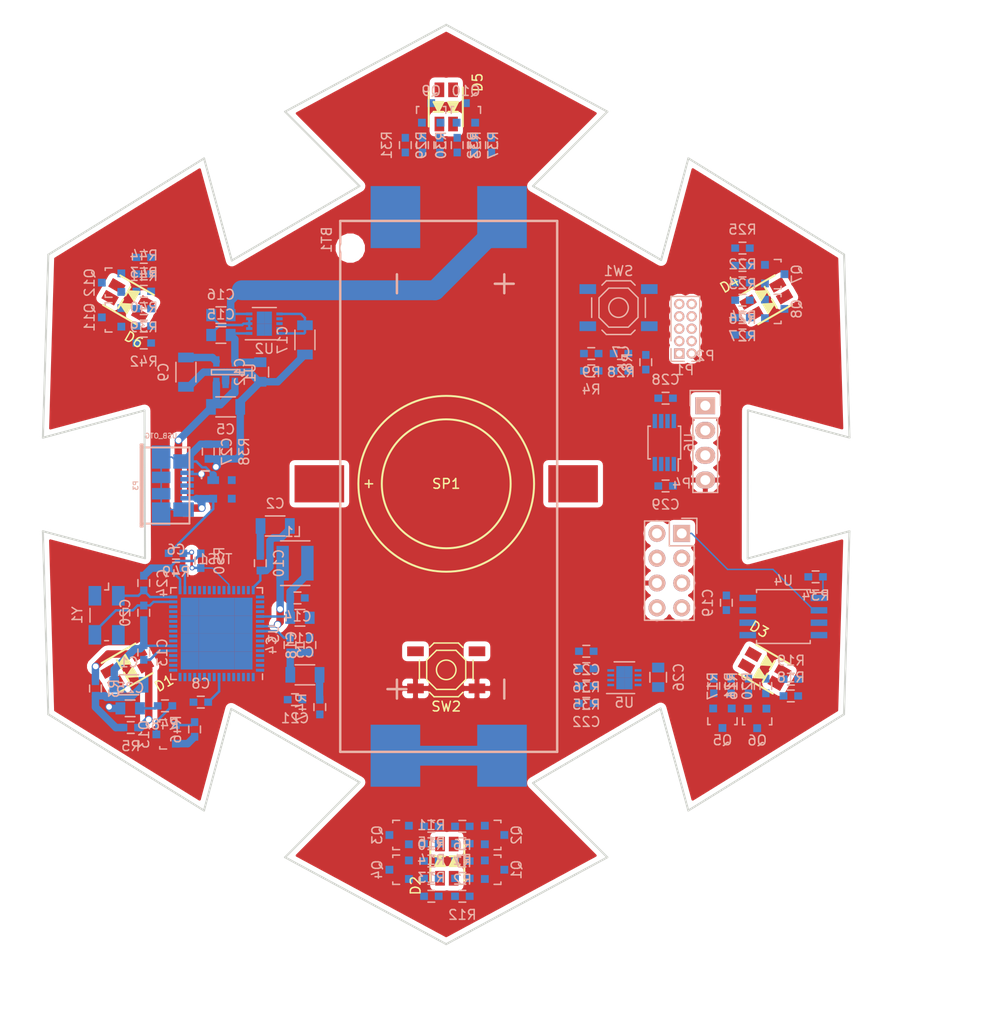
<source format=kicad_pcb>
(kicad_pcb (version 20160815) (host pcbnew "(2016-11-12 revision b9c62b6)-makepkg")
  (layers (0 F.Cu signal) (31 B.Cu signal) (34 B.Paste user) (35 F.Paste user) (36 B.SilkS user) (37 F.SilkS user) (38 B.Mask user) (39 F.Mask user) (44 Edge.Cuts user))
  (net 0 "")
  (net 1 GND)
  (net 2 "Net-(BT1-Pad2)")
  (net 3 "Net-(U3-Pad9)")
  (net 4 "Net-(U3-Pad10)")
  (net 5 "Net-(U3-Pad14)")
  (net 6 ~RST)
  (net 7 "Net-(U3-Pad27)")
  (net 8 "Net-(U3-Pad28)")
  (net 9 "Net-(U3-Pad29)")
  (net 10 "Net-(U3-Pad30)")
  (net 11 SWDCLK)
  (net 12 SWDIO)
  (net 13 /UART_TX)
  (net 14 /UART_RX)
  (net 15 /AOUT)
  (net 16 /AMP_~SHDN)
  (net 17 GLED_6)
  (net 18 RLED_6)
  (net 19 GLED_5)
  (net 20 RLED_5)
  (net 21 GLED_4)
  (net 22 RLED_4)
  (net 23 GLED_3)
  (net 24 RLED_3)
  (net 25 GLED_2)
  (net 26 RLED_2)
  (net 27 GLED_1)
  (net 28 RLED_1)
  (net 29 /XIN)
  (net 30 /XOUT)
  (net 31 "Net-(U3-Pad35)")
  (net 32 "Net-(U3-Pad36)")
  (net 33 "Net-(U3-Pad37)")
  (net 34 "Net-(U3-Pad38)")
  (net 35 "Net-(U3-Pad39)")
  (net 36 "Net-(U3-Pad40)")
  (net 37 "Net-(U3-Pad41)")
  (net 38 "Net-(U3-Pad42)")
  (net 39 "Net-(U3-Pad44)")
  (net 40 /USBD-)
  (net 41 /USBD+)
  (net 42 "Net-(U3-Pad49)")
  (net 43 "Net-(U3-Pad50)")
  (net 44 "Net-(U3-Pad51)")
  (net 45 "Net-(L1-Pad2)")
  (net 46 /FLASH_~WP)
  (net 47 /FLASH_~HOLD)
  (net 48 /FLASH_~CS)
  (net 49 /FLASH_MISO)
  (net 50 /FLASH_MOSI)
  (net 51 /FLASH_SCK)
  (net 52 /VBAT)
  (net 53 +5V)
  (net 54 "Net-(C9-Pad1)")
  (net 55 +1V8)
  (net 56 /3V_USB)
  (net 57 "Net-(C22-Pad2)")
  (net 58 "Net-(C23-Pad2)")
  (net 59 /USB_SHIELD)
  (net 60 /VREF)
  (net 61 "Net-(P1-Pad3)")
  (net 62 "Net-(P1-Pad7)")
  (net 63 "Net-(P1-Pad9)")
  (net 64 "Net-(P1-Pad8)")
  (net 65 "Net-(P1-Pad10)")
  (net 66 /5V_UART)
  (net 67 /5V_UART_RX)
  (net 68 /5V_UART_TX)
  (net 69 "Net-(P3-Pad4)")
  (net 70 "Net-(P4-Pad2)")
  (net 71 "Net-(Q1-Pad1)")
  (net 72 "Net-(D1-Pad4)")
  (net 73 "Net-(Q2-Pad1)")
  (net 74 "Net-(D1-Pad3)")
  (net 75 "Net-(D2-Pad4)")
  (net 76 "Net-(Q3-Pad1)")
  (net 77 "Net-(Q4-Pad1)")
  (net 78 "Net-(D2-Pad3)")
  (net 79 "Net-(Q5-Pad1)")
  (net 80 "Net-(D3-Pad4)")
  (net 81 "Net-(D3-Pad3)")
  (net 82 "Net-(Q6-Pad1)")
  (net 83 "Net-(Q7-Pad1)")
  (net 84 "Net-(D4-Pad4)")
  (net 85 "Net-(D4-Pad3)")
  (net 86 "Net-(Q8-Pad1)")
  (net 87 "Net-(D5-Pad4)")
  (net 88 "Net-(Q9-Pad1)")
  (net 89 "Net-(Q10-Pad1)")
  (net 90 "Net-(D5-Pad3)")
  (net 91 "Net-(D6-Pad4)")
  (net 92 "Net-(Q11-Pad1)")
  (net 93 "Net-(Q12-Pad1)")
  (net 94 "Net-(D6-Pad3)")
  (net 95 "Net-(Q13-Pad3)")
  (net 96 "Net-(D1-Pad2)")
  (net 97 "Net-(D1-Pad1)")
  (net 98 "Net-(R8-Pad1)")
  (net 99 "Net-(D2-Pad2)")
  (net 100 "Net-(D2-Pad1)")
  (net 101 "Net-(D3-Pad2)")
  (net 102 "Net-(D3-Pad1)")
  (net 103 "Net-(D4-Pad2)")
  (net 104 "Net-(D4-Pad1)")
  (net 105 "Net-(D5-Pad2)")
  (net 106 "Net-(D5-Pad1)")
  (net 107 "Net-(R35-Pad2)")
  (net 108 "Net-(R36-Pad2)")
  (net 109 "Net-(D6-Pad2)")
  (net 110 "Net-(D6-Pad1)")
  (net 111 /VREF_EN)
  (net 112 /VBUS_DET)
  (net 113 "Net-(U2-Pad9)")
  (net 114 /SPKR+)
  (net 115 /SPKR-)
  (net 116 +3V)
  (net 117 /~PB)
  (module FritzLib:DUAL_AAA_HOLDER (layer B.Cu) (at 127.254 67.31 270)
    (fp_text reference BT1 (at 5.5 12.5 270) (layer B.SilkS) (effects (justify mirror)))
    (fp_text value 2xAAA)
    (fp_text user - (at 10 5.5 270) (layer B.SilkS) (effects (font (size 2.54 2.54) (thickness 0.254)) (justify mirror)))
    (fp_text user + (at 10 -5.5 270) (layer B.SilkS) (effects (font (size 2.54 2.54) (thickness 0.254)) (justify mirror)))
    (fp_text user + (at 51.5 5.5 270) (layer B.SilkS) (effects (font (size 2.54 2.54) (thickness 0.254)) (justify mirror)))
    (fp_text user - (at 51.5 -5.5 270) (layer B.SilkS) (effects (font (size 2.54 2.54) (thickness 0.254)) (justify mirror)))
    (pad 1 smd rect (at 3.175 5.461 270) (size 6.35 5.08) (layers B.Cu B.Paste B.Mask) (net 1 GND))
    (pad 4 smd rect (at 3.175 -5.461 270) (size 6.35 5.08) (layers B.Cu B.Paste B.Mask) (net 52 /VBAT))
    (pad 2 smd rect (at 58.3184 5.461 270) (size 6.35 5.08) (layers B.Cu B.Paste B.Mask) (net 2 "Net-(BT1-Pad2)"))
    (pad 3 smd rect (at 58.3184 -5.461 270) (size 6.35 5.08) (layers B.Cu B.Paste B.Mask) (net 2 "Net-(BT1-Pad2)"))
    (pad "" np_thru_hole circle (at 6.35 10.0838 270) (size 1.9812 1.9812) (drill 1.9812) (layers *.Cu *.Mask))
  )
  (module Housings_DFN_QFN:QFN-64-1EP_9x9mm_Pitch0.5mm (layer B.Cu) (at 103.47525 113.12725 90)
    (fp_text reference U3 (at 0 5.875 90) (layer B.SilkS) (effects (justify mirror)))
    (fp_text value ATSAML21J)
    (pad 65 smd rect (at -2.75625 2.75625 90) (size 1.8375 1.8375) (layers B.Cu B.Paste B.Mask))
    (pad 65 smd rect (at -2.75625 0.91875 90) (size 1.8375 1.8375) (layers B.Cu B.Paste B.Mask))
    (pad 65 smd rect (at -2.75625 -0.91875 90) (size 1.8375 1.8375) (layers B.Cu B.Paste B.Mask))
    (pad 65 smd rect (at -2.75625 -2.75625 90) (size 1.8375 1.8375) (layers B.Cu B.Paste B.Mask))
    (pad 65 smd rect (at -0.91875 2.75625 90) (size 1.8375 1.8375) (layers B.Cu B.Paste B.Mask))
    (pad 65 smd rect (at -0.91875 0.91875 90) (size 1.8375 1.8375) (layers B.Cu B.Paste B.Mask))
    (pad 65 smd rect (at -0.91875 -0.91875 90) (size 1.8375 1.8375) (layers B.Cu B.Paste B.Mask))
    (pad 65 smd rect (at -0.91875 -2.75625 90) (size 1.8375 1.8375) (layers B.Cu B.Paste B.Mask))
    (pad 65 smd rect (at 0.91875 2.75625 90) (size 1.8375 1.8375) (layers B.Cu B.Paste B.Mask))
    (pad 65 smd rect (at 0.91875 0.91875 90) (size 1.8375 1.8375) (layers B.Cu B.Paste B.Mask))
    (pad 65 smd rect (at 0.91875 -0.91875 90) (size 1.8375 1.8375) (layers B.Cu B.Paste B.Mask))
    (pad 65 smd rect (at 0.91875 -2.75625 90) (size 1.8375 1.8375) (layers B.Cu B.Paste B.Mask))
    (pad 65 smd rect (at 2.75625 2.75625 90) (size 1.8375 1.8375) (layers B.Cu B.Paste B.Mask))
    (pad 65 smd rect (at 2.75625 0.91875 90) (size 1.8375 1.8375) (layers B.Cu B.Paste B.Mask))
    (pad 65 smd rect (at 2.75625 -0.91875 90) (size 1.8375 1.8375) (layers B.Cu B.Paste B.Mask))
    (pad 65 smd rect (at 2.75625 -2.75625 90) (size 1.8375 1.8375) (layers B.Cu B.Paste B.Mask))
    (pad 64 smd rect (at -3.75 4.45) (size 0.85 0.3) (layers B.Cu B.Paste B.Mask) (net 51 /FLASH_SCK))
    (pad 63 smd rect (at -3.25 4.45) (size 0.85 0.3) (layers B.Cu B.Paste B.Mask) (net 50 /FLASH_MOSI))
    (pad 62 smd rect (at -2.75 4.45) (size 0.85 0.3) (layers B.Cu B.Paste B.Mask) (net 49 /FLASH_MISO))
    (pad 61 smd rect (at -2.25 4.45) (size 0.85 0.3) (layers B.Cu B.Paste B.Mask) (net 48 /FLASH_~CS))
    (pad 60 smd rect (at -1.75 4.45) (size 0.85 0.3) (layers B.Cu B.Paste B.Mask) (net 47 /FLASH_~HOLD))
    (pad 59 smd rect (at -1.25 4.45) (size 0.85 0.3) (layers B.Cu B.Paste B.Mask) (net 46 /FLASH_~WP))
    (pad 58 smd rect (at -0.75 4.45) (size 0.85 0.3) (layers B.Cu B.Paste B.Mask) (net 12 SWDIO))
    (pad 57 smd rect (at -0.25 4.45) (size 0.85 0.3) (layers B.Cu B.Paste B.Mask) (net 11 SWDCLK))
    (pad 56 smd rect (at 0.25 4.45) (size 0.85 0.3) (layers B.Cu B.Paste B.Mask) (net 116 +3V))
    (pad 55 smd rect (at 0.75 4.45) (size 0.85 0.3) (layers B.Cu B.Paste B.Mask) (net 45 "Net-(L1-Pad2)"))
    (pad 54 smd rect (at 1.25 4.45) (size 0.85 0.3) (layers B.Cu B.Paste B.Mask) (net 1 GND))
    (pad 53 smd rect (at 1.75 4.45) (size 0.85 0.3) (layers B.Cu B.Paste B.Mask) (net 55 +1V8))
    (pad 52 smd rect (at 2.25 4.45) (size 0.85 0.3) (layers B.Cu B.Paste B.Mask) (net 6 ~RST))
    (pad 51 smd rect (at 2.75 4.45) (size 0.85 0.3) (layers B.Cu B.Paste B.Mask) (net 44 "Net-(U3-Pad51)"))
    (pad 50 smd rect (at 3.25 4.45) (size 0.85 0.3) (layers B.Cu B.Paste B.Mask) (net 43 "Net-(U3-Pad50)"))
    (pad 49 smd rect (at 3.75 4.45) (size 0.85 0.3) (layers B.Cu B.Paste B.Mask) (net 42 "Net-(U3-Pad49)"))
    (pad 48 smd rect (at 4.45 3.75 90) (size 0.85 0.3) (layers B.Cu B.Paste B.Mask) (net 116 +3V))
    (pad 47 smd rect (at 4.45 3.25 90) (size 0.85 0.3) (layers B.Cu B.Paste B.Mask) (net 1 GND))
    (pad 46 smd rect (at 4.45 2.75 90) (size 0.85 0.3) (layers B.Cu B.Paste B.Mask) (net 41 /USBD+))
    (pad 45 smd rect (at 4.45 2.25 90) (size 0.85 0.3) (layers B.Cu B.Paste B.Mask) (net 40 /USBD-))
    (pad 44 smd rect (at 4.45 1.75 90) (size 0.85 0.3) (layers B.Cu B.Paste B.Mask) (net 39 "Net-(U3-Pad44)"))
    (pad 43 smd rect (at 4.45 1.25 90) (size 0.85 0.3) (layers B.Cu B.Paste B.Mask) (net 112 /VBUS_DET))
    (pad 42 smd rect (at 4.45 0.75 90) (size 0.85 0.3) (layers B.Cu B.Paste B.Mask) (net 38 "Net-(U3-Pad42)"))
    (pad 41 smd rect (at 4.45 0.25 90) (size 0.85 0.3) (layers B.Cu B.Paste B.Mask) (net 37 "Net-(U3-Pad41)"))
    (pad 40 smd rect (at 4.45 -0.25 90) (size 0.85 0.3) (layers B.Cu B.Paste B.Mask) (net 36 "Net-(U3-Pad40)"))
    (pad 39 smd rect (at 4.45 -0.75 90) (size 0.85 0.3) (layers B.Cu B.Paste B.Mask) (net 35 "Net-(U3-Pad39)"))
    (pad 38 smd rect (at 4.45 -1.25 90) (size 0.85 0.3) (layers B.Cu B.Paste B.Mask) (net 34 "Net-(U3-Pad38)"))
    (pad 37 smd rect (at 4.45 -1.75 90) (size 0.85 0.3) (layers B.Cu B.Paste B.Mask) (net 33 "Net-(U3-Pad37)"))
    (pad 36 smd rect (at 4.45 -2.25 90) (size 0.85 0.3) (layers B.Cu B.Paste B.Mask) (net 32 "Net-(U3-Pad36)"))
    (pad 35 smd rect (at 4.45 -2.75 90) (size 0.85 0.3) (layers B.Cu B.Paste B.Mask) (net 31 "Net-(U3-Pad35)"))
    (pad 34 smd rect (at 4.45 -3.25 90) (size 0.85 0.3) (layers B.Cu B.Paste B.Mask) (net 116 +3V))
    (pad 33 smd rect (at 4.45 -3.75 90) (size 0.85 0.3) (layers B.Cu B.Paste B.Mask) (net 1 GND))
    (pad 32 smd rect (at 3.75 -4.45) (size 0.85 0.3) (layers B.Cu B.Paste B.Mask) (net 30 /XOUT))
    (pad 31 smd rect (at 3.25 -4.45) (size 0.85 0.3) (layers B.Cu B.Paste B.Mask) (net 29 /XIN))
    (pad 30 smd rect (at 2.75 -4.45) (size 0.85 0.3) (layers B.Cu B.Paste B.Mask) (net 10 "Net-(U3-Pad30)"))
    (pad 29 smd rect (at 2.25 -4.45) (size 0.85 0.3) (layers B.Cu B.Paste B.Mask) (net 9 "Net-(U3-Pad29)"))
    (pad 28 smd rect (at 1.75 -4.45) (size 0.85 0.3) (layers B.Cu B.Paste B.Mask) (net 8 "Net-(U3-Pad28)"))
    (pad 27 smd rect (at 1.25 -4.45) (size 0.85 0.3) (layers B.Cu B.Paste B.Mask) (net 7 "Net-(U3-Pad27)"))
    (pad 26 smd rect (at 0.75 -4.45) (size 0.85 0.3) (layers B.Cu B.Paste B.Mask) (net 28 RLED_1))
    (pad 25 smd rect (at 0.25 -4.45) (size 0.85 0.3) (layers B.Cu B.Paste B.Mask) (net 27 GLED_1))
    (pad 24 smd rect (at -0.25 -4.45) (size 0.85 0.3) (layers B.Cu B.Paste B.Mask) (net 26 RLED_2))
    (pad 23 smd rect (at -0.75 -4.45) (size 0.85 0.3) (layers B.Cu B.Paste B.Mask) (net 25 GLED_2))
    (pad 22 smd rect (at -1.25 -4.45) (size 0.85 0.3) (layers B.Cu B.Paste B.Mask) (net 1 GND))
    (pad 21 smd rect (at -1.75 -4.45) (size 0.85 0.3) (layers B.Cu B.Paste B.Mask) (net 116 +3V))
    (pad 20 smd rect (at -2.25 -4.45) (size 0.85 0.3) (layers B.Cu B.Paste B.Mask) (net 24 RLED_3))
    (pad 19 smd rect (at -2.75 -4.45) (size 0.85 0.3) (layers B.Cu B.Paste B.Mask) (net 23 GLED_3))
    (pad 18 smd rect (at -3.25 -4.45) (size 0.85 0.3) (layers B.Cu B.Paste B.Mask) (net 22 RLED_4))
    (pad 17 smd rect (at -3.75 -4.45) (size 0.85 0.3) (layers B.Cu B.Paste B.Mask) (net 21 GLED_4))
    (pad 16 smd rect (at -4.45 -3.75 90) (size 0.85 0.3) (layers B.Cu B.Paste B.Mask) (net 20 RLED_5))
    (pad 15 smd rect (at -4.45 -3.25 90) (size 0.85 0.3) (layers B.Cu B.Paste B.Mask) (net 19 GLED_5))
    (pad 14 smd rect (at -4.45 -2.75 90) (size 0.85 0.3) (layers B.Cu B.Paste B.Mask) (net 5 "Net-(U3-Pad14)"))
    (pad 13 smd rect (at -4.45 -2.25 90) (size 0.85 0.3) (layers B.Cu B.Paste B.Mask) (net 117 /~PB))
    (pad 12 smd rect (at -4.45 -1.75 90) (size 0.85 0.3) (layers B.Cu B.Paste B.Mask) (net 18 RLED_6))
    (pad 11 smd rect (at -4.45 -1.25 90) (size 0.85 0.3) (layers B.Cu B.Paste B.Mask) (net 17 GLED_6))
    (pad 10 smd rect (at -4.45 -0.75 90) (size 0.85 0.3) (layers B.Cu B.Paste B.Mask) (net 4 "Net-(U3-Pad10)"))
    (pad 9 smd rect (at -4.45 -0.25 90) (size 0.85 0.3) (layers B.Cu B.Paste B.Mask) (net 3 "Net-(U3-Pad9)"))
    (pad 8 smd rect (at -4.45 0.25 90) (size 0.85 0.3) (layers B.Cu B.Paste B.Mask) (net 116 +3V))
    (pad 7 smd rect (at -4.45 0.75 90) (size 0.85 0.3) (layers B.Cu B.Paste B.Mask) (net 1 GND))
    (pad 6 smd rect (at -4.45 1.25 90) (size 0.85 0.3) (layers B.Cu B.Paste B.Mask) (net 111 /VREF_EN))
    (pad 5 smd rect (at -4.45 1.75 90) (size 0.85 0.3) (layers B.Cu B.Paste B.Mask) (net 16 /AMP_~SHDN))
    (pad 4 smd rect (at -4.45 2.25 90) (size 0.85 0.3) (layers B.Cu B.Paste B.Mask) (net 60 /VREF))
    (pad 3 smd rect (at -4.45 2.75 90) (size 0.85 0.3) (layers B.Cu B.Paste B.Mask) (net 15 /AOUT))
    (pad 2 smd rect (at -4.45 3.25 90) (size 0.85 0.3) (layers B.Cu B.Paste B.Mask) (net 14 /UART_RX))
    (pad 1 smd rect (at -4.45 3.75 90) (size 0.85 0.3) (layers B.Cu B.Paste B.Mask) (net 13 /UART_TX))
  )
  (module Capacitors_SMD:C_1206 (layer B.Cu) (at 94.488 118.364 180)
    (fp_text reference C1 (at 0 2.3 180) (layer B.SilkS) (effects (justify mirror)))
    (fp_text value 10uF)
    (pad 1 smd rect (at -1.5 0 180) (size 1 1.6) (layers B.Cu B.Paste B.Mask) (net 116 +3V))
    (pad 2 smd rect (at 1.5 0 180) (size 1 1.6) (layers B.Cu B.Paste B.Mask) (net 1 GND))
  )
  (module Capacitors_SMD:C_1206 (layer B.Cu) (at 109.474 102.108 180)
    (fp_text reference C2 (at 0 2.3 180) (layer B.SilkS) (effects (justify mirror)))
    (fp_text value 10uF)
    (pad 1 smd rect (at -1.5 0 180) (size 1 1.6) (layers B.Cu B.Paste B.Mask) (net 116 +3V))
    (pad 2 smd rect (at 1.5 0 180) (size 1 1.6) (layers B.Cu B.Paste B.Mask) (net 1 GND))
  )
  (module Capacitors_SMD:C_1206 (layer B.Cu) (at 112.522 117.348 180)
    (fp_text reference C3 (at 0 2.3 180) (layer B.SilkS) (effects (justify mirror)))
    (fp_text value 10uF)
    (pad 2 smd rect (at 1.5 0 180) (size 1 1.6) (layers B.Cu B.Paste B.Mask) (net 1 GND))
    (pad 1 smd rect (at -1.5 0 180) (size 1 1.6) (layers B.Cu B.Paste B.Mask) (net 116 +3V))
  )
  (module Capacitors_SMD:C_0603 (layer B.Cu) (at 110.998 114.3 270)
    (fp_text reference C4 (at 0 1.9 270) (layer B.SilkS) (effects (justify mirror)))
    (fp_text value 100nF)
    (pad 2 smd rect (at 0.75 0 270) (size 0.8 0.75) (layers B.Cu B.Paste B.Mask) (net 1 GND))
    (pad 1 smd rect (at -0.75 0 270) (size 0.8 0.75) (layers B.Cu B.Paste B.Mask) (net 116 +3V))
  )
  (module Capacitors_SMD:C_1206 (layer B.Cu) (at 104.394 89.916)
    (fp_text reference C5 (at 0 2.3) (layer B.SilkS) (effects (justify mirror)))
    (fp_text value 10uF)
    (pad 2 smd rect (at 1.5 0) (size 1 1.6) (layers B.Cu B.Paste B.Mask) (net 1 GND))
    (pad 1 smd rect (at -1.5 0) (size 1 1.6) (layers B.Cu B.Paste B.Mask) (net 53 +5V))
  )
  (module Capacitors_SMD:C_0603 (layer B.Cu) (at 99.314 106.426 180)
    (fp_text reference C6 (at 0 1.9 180) (layer B.SilkS) (effects (justify mirror)))
    (fp_text value 100nF)
    (pad 1 smd rect (at -0.75 0 180) (size 0.8 0.75) (layers B.Cu B.Paste B.Mask) (net 116 +3V))
    (pad 2 smd rect (at 0.75 0 180) (size 0.8 0.75) (layers B.Cu B.Paste B.Mask) (net 1 GND))
  )
  (module Capacitors_SMD:C_0603 (layer B.Cu) (at 144.907 86.233 180)
    (fp_text reference C7 (at 0 1.9 180) (layer B.SilkS) (effects (justify mirror)))
    (fp_text value 100nF)
    (pad 1 smd rect (at -0.75 0 180) (size 0.8 0.75) (layers B.Cu B.Paste B.Mask) (net 6 ~RST))
    (pad 2 smd rect (at 0.75 0 180) (size 0.8 0.75) (layers B.Cu B.Paste B.Mask) (net 1 GND))
  )
  (module Capacitors_SMD:C_0603 (layer B.Cu) (at 101.854 120.142 180)
    (fp_text reference C8 (at 0 1.9 180) (layer B.SilkS) (effects (justify mirror)))
    (fp_text value 100nF)
    (pad 1 smd rect (at -0.75 0 180) (size 0.8 0.75) (layers B.Cu B.Paste B.Mask) (net 116 +3V))
    (pad 2 smd rect (at 0.75 0 180) (size 0.8 0.75) (layers B.Cu B.Paste B.Mask) (net 1 GND))
  )
  (module Capacitors_SMD:C_1206 (layer B.Cu) (at 100.33 86.36 270)
    (fp_text reference C9 (at 0 2.3 270) (layer B.SilkS) (effects (justify mirror)))
    (fp_text value 10nF)
    (pad 1 smd rect (at -1.5 0 270) (size 1 1.6) (layers B.Cu B.Paste B.Mask) (net 54 "Net-(C9-Pad1)"))
    (pad 2 smd rect (at 1.5 0 270) (size 1 1.6) (layers B.Cu B.Paste B.Mask) (net 1 GND))
  )
  (module Capacitors_SMD:C_0603 (layer B.Cu) (at 107.95 105.918 90)
    (fp_text reference C10 (at 0 1.9 90) (layer B.SilkS) (effects (justify mirror)))
    (fp_text value 100nF)
    (pad 2 smd rect (at 0.75 0 90) (size 0.8 0.75) (layers B.Cu B.Paste B.Mask) (net 1 GND))
    (pad 1 smd rect (at -0.75 0 90) (size 0.8 0.75) (layers B.Cu B.Paste B.Mask) (net 116 +3V))
  )
  (module Capacitors_SMD:C_0805 (layer B.Cu) (at 112.014 111.506)
    (fp_text reference C11 (at 0 2.1) (layer B.SilkS) (effects (justify mirror)))
    (fp_text value 1uF)
    (pad 1 smd rect (at -1 0) (size 1 1.25) (layers B.Cu B.Paste B.Mask) (net 55 +1V8))
    (pad 2 smd rect (at 1 0) (size 1 1.25) (layers B.Cu B.Paste B.Mask) (net 1 GND))
  )
  (module Capacitors_SMD:C_0805 (layer B.Cu) (at 107.95 86.344 270)
    (fp_text reference C12 (at 0 2.1 270) (layer B.SilkS) (effects (justify mirror)))
    (fp_text value 1uF)
    (pad 1 smd rect (at -1 0 270) (size 1 1.25) (layers B.Cu B.Paste B.Mask) (net 56 /3V_USB))
    (pad 2 smd rect (at 1 0 270) (size 1 1.25) (layers B.Cu B.Paste B.Mask) (net 1 GND))
  )
  (module Capacitors_SMD:C_0603 (layer B.Cu) (at 96.012 115.062 90)
    (fp_text reference C13 (at 0 1.9 90) (layer B.SilkS) (effects (justify mirror)))
    (fp_text value 100nF)
    (pad 1 smd rect (at -0.75 0 90) (size 0.8 0.75) (layers B.Cu B.Paste B.Mask) (net 116 +3V))
    (pad 2 smd rect (at 0.75 0 90) (size 0.8 0.75) (layers B.Cu B.Paste B.Mask) (net 1 GND))
  )
  (module Capacitors_SMD:C_0603 (layer B.Cu) (at 111.76 109.474)
    (fp_text reference C14 (at 0 1.9) (layer B.SilkS) (effects (justify mirror)))
    (fp_text value 100nF)
    (pad 2 smd rect (at 0.75 0) (size 0.8 0.75) (layers B.Cu B.Paste B.Mask) (net 1 GND))
    (pad 1 smd rect (at -0.75 0) (size 0.8 0.75) (layers B.Cu B.Paste B.Mask) (net 55 +1V8))
  )
  (module Capacitors_SMD:C_0805 (layer B.Cu) (at 103.914021 82.553361 180)
    (fp_text reference C15 (at 0 2.1 180) (layer B.SilkS) (effects (justify mirror)))
    (fp_text value 1uF)
    (pad 2 smd rect (at 1 0 180) (size 1 1.25) (layers B.Cu B.Paste B.Mask) (net 1 GND))
    (pad 1 smd rect (at -1 0 180) (size 1 1.25) (layers B.Cu B.Paste B.Mask) (net 56 /3V_USB))
  )
  (module Capacitors_SMD:C_0805 (layer B.Cu) (at 103.914021 80.521361 180)
    (fp_text reference C16 (at 0 2.1 180) (layer B.SilkS) (effects (justify mirror)))
    (fp_text value 1uF)
    (pad 2 smd rect (at 1 0 180) (size 1 1.25) (layers B.Cu B.Paste B.Mask) (net 1 GND))
    (pad 1 smd rect (at -1 0 180) (size 1 1.25) (layers B.Cu B.Paste B.Mask) (net 52 /VBAT))
  )
  (module Capacitors_SMD:C_1206 (layer B.Cu) (at 112.522 83.058 270)
    (fp_text reference C17 (at 0 2.3 270) (layer B.SilkS) (effects (justify mirror)))
    (fp_text value 10uF)
    (pad 2 smd rect (at 1.5 0 270) (size 1 1.6) (layers B.Cu B.Paste B.Mask) (net 1 GND))
    (pad 1 smd rect (at -1.5 0 270) (size 1 1.6) (layers B.Cu B.Paste B.Mask) (net 116 +3V))
  )
  (module Capacitors_SMD:C_0603 (layer B.Cu) (at 113.03 114.3 270)
    (fp_text reference C18 (at 0 1.9 270) (layer B.SilkS) (effects (justify mirror)))
    (fp_text value 100nF)
    (pad 1 smd rect (at -0.75 0 270) (size 0.8 0.75) (layers B.Cu B.Paste B.Mask) (net 117 /~PB))
    (pad 2 smd rect (at 0.75 0 270) (size 0.8 0.75) (layers B.Cu B.Paste B.Mask) (net 1 GND))
  )
  (module Capacitors_SMD:C_0603 (layer B.Cu) (at 155.702 109.97 270)
    (fp_text reference C19 (at 0 1.9 270) (layer B.SilkS) (effects (justify mirror)))
    (fp_text value 100nF)
    (pad 2 smd rect (at 0.75 0 270) (size 0.8 0.75) (layers B.Cu B.Paste B.Mask) (net 1 GND))
    (pad 1 smd rect (at -0.75 0 270) (size 0.8 0.75) (layers B.Cu B.Paste B.Mask) (net 116 +3V))
  )
  (module Capacitors_SMD:C_0603 (layer B.Cu) (at 96.012 110.998 270)
    (fp_text reference C20 (at 0 1.9 270) (layer B.SilkS) (effects (justify mirror)))
    (fp_text value 22pF)
    (pad 1 smd rect (at -0.75 0 270) (size 0.8 0.75) (layers B.Cu B.Paste B.Mask) (net 29 /XIN))
    (pad 2 smd rect (at 0.75 0 270) (size 0.8 0.75) (layers B.Cu B.Paste B.Mask) (net 1 GND))
  )
  (module Capacitors_SMD:C_0603 (layer B.Cu) (at 111.506 119.888)
    (fp_text reference C21 (at 0 1.9) (layer B.SilkS) (effects (justify mirror)))
    (fp_text value 100nF)
    (pad 1 smd rect (at -0.75 0) (size 0.8 0.75) (layers B.Cu B.Paste B.Mask) (net 60 /VREF))
    (pad 2 smd rect (at 0.75 0) (size 0.8 0.75) (layers B.Cu B.Paste B.Mask) (net 1 GND))
  )
  (module Capacitors_SMD:C_0603 (layer B.Cu) (at 141.351 120.269)
    (fp_text reference C22 (at 0 1.9) (layer B.SilkS) (effects (justify mirror)))
    (fp_text value 100nF)
    (pad 2 smd rect (at 0.75 0) (size 0.8 0.75) (layers B.Cu B.Paste B.Mask) (net 57 "Net-(C22-Pad2)"))
    (pad 1 smd rect (at -0.75 0) (size 0.8 0.75) (layers B.Cu B.Paste B.Mask) (net 15 /AOUT))
  )
  (module Capacitors_SMD:C_0603 (layer B.Cu) (at 141.351 114.935)
    (fp_text reference C23 (at 0 1.9) (layer B.SilkS) (effects (justify mirror)))
    (fp_text value 100nF)
    (pad 2 smd rect (at 0.75 0) (size 0.8 0.75) (layers B.Cu B.Paste B.Mask) (net 58 "Net-(C23-Pad2)"))
    (pad 1 smd rect (at -0.75 0) (size 0.8 0.75) (layers B.Cu B.Paste B.Mask) (net 1 GND))
  )
  (module Capacitors_SMD:C_0603 (layer B.Cu) (at 96.012 107.95 90)
    (fp_text reference C24 (at 0 1.9 90) (layer B.SilkS) (effects (justify mirror)))
    (fp_text value 22pF)
    (pad 2 smd rect (at 0.75 0 90) (size 0.8 0.75) (layers B.Cu B.Paste B.Mask) (net 1 GND))
    (pad 1 smd rect (at -0.75 0 90) (size 0.8 0.75) (layers B.Cu B.Paste B.Mask) (net 30 /XOUT))
  )
  (module Capacitors_SMD:C_0805 (layer B.Cu) (at 94.615 120.777 180)
    (fp_text reference C25 (at 0 2.1 180) (layer B.SilkS) (effects (justify mirror)))
    (fp_text value 4.7uF)
    (pad 2 smd rect (at 1 0 180) (size 1 1.25) (layers B.Cu B.Paste B.Mask) (net 1 GND))
    (pad 1 smd rect (at -1 0 180) (size 1 1.25) (layers B.Cu B.Paste B.Mask) (net 60 /VREF))
  )
  (module Capacitors_SMD:C_0805 (layer B.Cu) (at 148.717 117.602 90)
    (fp_text reference C26 (at 0 2.1 90) (layer B.SilkS) (effects (justify mirror)))
    (fp_text value 1uF)
    (pad 1 smd rect (at -1 0 90) (size 1 1.25) (layers B.Cu B.Paste B.Mask) (net 116 +3V))
    (pad 2 smd rect (at 1 0 90) (size 1 1.25) (layers B.Cu B.Paste B.Mask) (net 1 GND))
  )
  (module Capacitors_SMD:C_0603 (layer B.Cu) (at 102.616 94.488 90)
    (fp_text reference C27 (at 0 1.9 90) (layer B.SilkS) (effects (justify mirror)))
    (fp_text value 4.5nF)
    (pad 1 smd rect (at -0.75 0 90) (size 0.8 0.75) (layers B.Cu B.Paste B.Mask) (net 1 GND))
    (pad 2 smd rect (at 0.75 0 90) (size 0.8 0.75) (layers B.Cu B.Paste B.Mask) (net 59 /USB_SHIELD))
  )
  (module Capacitors_SMD:C_0603 (layer B.Cu) (at 149.473832 89.027 180)
    (fp_text reference C28 (at 0 1.9 180) (layer B.SilkS) (effects (justify mirror)))
    (fp_text value 100nF)
    (pad 1 smd rect (at -0.75 0 180) (size 0.8 0.75) (layers B.Cu B.Paste B.Mask) (net 66 /5V_UART))
    (pad 2 smd rect (at 0.75 0 180) (size 0.8 0.75) (layers B.Cu B.Paste B.Mask) (net 1 GND))
  )
  (module Capacitors_SMD:C_0603 (layer B.Cu) (at 149.473832 98.011792)
    (fp_text reference C29 (at 0 1.9) (layer B.SilkS) (effects (justify mirror)))
    (fp_text value 100nF)
    (pad 2 smd rect (at 0.75 0) (size 0.8 0.75) (layers B.Cu B.Paste B.Mask) (net 1 GND))
    (pad 1 smd rect (at -0.75 0) (size 0.8 0.75) (layers B.Cu B.Paste B.Mask) (net 116 +3V))
  )
  (module Pin_Headers:Pin_Header_Straight_2x05_Pitch1.27mm (layer B.Cu) (at 150.876 84.455)
    (fp_text reference P1 (at 0.55 1.7) (layer B.SilkS) (effects (justify mirror)))
    (fp_text value JTAGICE3)
    (pad 1 thru_hole rect (at 0 0) (size 1.05 1.05) (drill 0.65) (layers *.Cu *.Mask B.SilkS) (net 11 SWDCLK))
    (pad 3 thru_hole circle (at 0 -1.27) (size 1.05 1.05) (drill 0.65) (layers *.Cu *.Mask B.SilkS) (net 61 "Net-(P1-Pad3)"))
    (pad 5 thru_hole circle (at 0 -2.54) (size 1.05 1.05) (drill 0.65) (layers *.Cu *.Mask B.SilkS) (net 12 SWDIO))
    (pad 7 thru_hole circle (at 0 -3.81) (size 1.05 1.05) (drill 0.65) (layers *.Cu *.Mask B.SilkS) (net 62 "Net-(P1-Pad7)"))
    (pad 9 thru_hole circle (at 0 -5.08) (size 1.05 1.05) (drill 0.65) (layers *.Cu *.Mask B.SilkS) (net 63 "Net-(P1-Pad9)"))
    (pad 4 thru_hole circle (at 1.27 -1.27) (size 1.05 1.05) (drill 0.65) (layers *.Cu *.Mask B.SilkS) (net 116 +3V))
    (pad 6 thru_hole circle (at 1.27 -2.54) (size 1.05 1.05) (drill 0.65) (layers *.Cu *.Mask B.SilkS) (net 6 ~RST))
    (pad 8 thru_hole circle (at 1.27 -3.81) (size 1.05 1.05) (drill 0.65) (layers *.Cu *.Mask B.SilkS) (net 64 "Net-(P1-Pad8)"))
    (pad 10 thru_hole circle (at 1.27 -5.08) (size 1.05 1.05) (drill 0.65) (layers *.Cu *.Mask B.SilkS) (net 65 "Net-(P1-Pad10)"))
    (pad 2 thru_hole circle (at 1.27 0) (size 1.05 1.05) (drill 0.65) (layers *.Cu *.Mask B.SilkS) (net 1 GND))
  )
  (module Pin_Headers:Pin_Header_Straight_1x04 (layer B.Cu) (at 153.543 89.789 180)
    (fp_text reference P2 (at 0 5.1 180) (layer B.SilkS) (effects (justify mirror)))
    (fp_text value UART)
    (pad 1 thru_hole rect (at 0 0 180) (size 2.032 1.7272) (drill 1.016) (layers *.Cu *.Mask B.SilkS) (net 66 /5V_UART))
    (pad 2 thru_hole oval (at 0 -2.54 180) (size 2.032 1.7272) (drill 1.016) (layers *.Cu *.Mask B.SilkS) (net 67 /5V_UART_RX))
    (pad 3 thru_hole oval (at 0 -5.08 180) (size 2.032 1.7272) (drill 1.016) (layers *.Cu *.Mask B.SilkS) (net 68 /5V_UART_TX))
    (pad 4 thru_hole oval (at 0 -7.62 180) (size 2.032 1.7272) (drill 1.016) (layers *.Cu *.Mask B.SilkS) (net 1 GND))
  )
  (module FritzLib:conn_usb_B_micro_smd (layer B.Cu) (at 97.79 97.9678 90)
    (fp_text reference P3 (at 0 -2.60096 90) (layer B.SilkS) (effects (font (size 0.50038 0.50038) (thickness 0.09906)) (justify mirror)))
    (fp_text value USB_OTG (at 5.08 0 360) (layer B.SilkS) (effects (font (size 0.50038 0.50038) (thickness 0.09906)) (justify mirror)))
    (pad 6 smd rect (at -0.8382 0 90) (size 1.17348 1.89738) (layers B.Cu B.Paste B.Mask) (net 59 /USB_SHIELD))
    (pad 6 smd rect (at 0.8382 0 90) (size 1.17348 1.89738) (layers B.Cu B.Paste B.Mask) (net 59 /USB_SHIELD))
    (pad 6 smd rect (at 2.91338 0 90) (size 2.3749 1.89738) (layers B.Cu B.Paste B.Mask) (net 59 /USB_SHIELD))
    (pad 6 smd rect (at -2.91338 0 90) (size 2.3749 1.89738) (layers B.Cu B.Paste B.Mask) (net 59 /USB_SHIELD))
    (pad 6 smd rect (at 2.46126 2.2987 90) (size 1.4732 2.10058) (layers B.Cu B.Paste B.Mask) (net 59 /USB_SHIELD))
    (pad 6 smd rect (at -2.46126 2.2987 90) (size 1.4732 2.10058) (layers B.Cu B.Paste B.Mask) (net 59 /USB_SHIELD))
    (pad 1 smd rect (at -1.30048 2.65938 90) (size 0.44958 1.37922) (layers B.Cu B.Paste B.Mask) (net 53 +5V))
    (pad 2 smd rect (at -0.65024 2.65938 90) (size 0.44958 1.37922) (layers B.Cu B.Paste B.Mask) (net 40 /USBD-))
    (pad 3 smd rect (at 0 2.65938 90) (size 0.44958 1.37922) (layers B.Cu B.Paste B.Mask) (net 41 /USBD+))
    (pad 4 smd rect (at 0.65024 2.65938 90) (size 0.44958 1.37922) (layers B.Cu B.Paste B.Mask) (net 69 "Net-(P3-Pad4)"))
    (pad 5 smd rect (at 1.30048 2.65938 90) (size 0.44958 1.37922) (layers B.Cu B.Paste B.Mask) (net 1 GND))
  )
  (module Pin_Headers:Pin_Header_Straight_2x04 (layer B.Cu) (at 151.13 102.87 180)
    (fp_text reference P4 (at 0 5.1 180) (layer B.SilkS) (effects (justify mirror)))
    (fp_text value SPI_FLASH)
    (pad 8 thru_hole oval (at 2.54 -7.62 180) (size 1.7272 1.7272) (drill 1.016) (layers *.Cu *.Mask B.SilkS) (net 46 /FLASH_~WP))
    (pad 7 thru_hole oval (at 0 -7.62 180) (size 1.7272 1.7272) (drill 1.016) (layers *.Cu *.Mask B.SilkS) (net 47 /FLASH_~HOLD))
    (pad 6 thru_hole oval (at 2.54 -5.08 180) (size 1.7272 1.7272) (drill 1.016) (layers *.Cu *.Mask B.SilkS) (net 1 GND))
    (pad 5 thru_hole oval (at 0 -5.08 180) (size 1.7272 1.7272) (drill 1.016) (layers *.Cu *.Mask B.SilkS) (net 48 /FLASH_~CS))
    (pad 4 thru_hole oval (at 2.54 -2.54 180) (size 1.7272 1.7272) (drill 1.016) (layers *.Cu *.Mask B.SilkS) (net 50 /FLASH_MOSI))
    (pad 3 thru_hole oval (at 0 -2.54 180) (size 1.7272 1.7272) (drill 1.016) (layers *.Cu *.Mask B.SilkS) (net 51 /FLASH_SCK))
    (pad 2 thru_hole oval (at 2.54 0 180) (size 1.7272 1.7272) (drill 1.016) (layers *.Cu *.Mask B.SilkS) (net 70 "Net-(P4-Pad2)"))
    (pad 1 thru_hole rect (at 0 0 180) (size 1.7272 1.7272) (drill 1.016) (layers *.Cu *.Mask B.SilkS) (net 49 /FLASH_MISO))
  )
  (module TO_SOT_Packages_SMD:SOT-23 (layer B.Cu) (at 131.953 137.299688 90)
    (fp_text reference Q1 (at 0 2.25 90) (layer B.SilkS) (effects (justify mirror)))
    (fp_text value BSS806NE)
    (pad 1 smd rect (at -0.95 -1.00076 90) (size 0.8001 0.8001) (layers B.Cu B.Paste B.Mask) (net 71 "Net-(Q1-Pad1)"))
    (pad 2 smd rect (at 0.95 -1.00076 90) (size 0.8001 0.8001) (layers B.Cu B.Paste B.Mask) (net 1 GND))
    (pad 3 smd rect (at 0 0.99822 90) (size 0.8001 0.8001) (layers B.Cu B.Paste B.Mask) (net 72 "Net-(D1-Pad4)"))
  )
  (module TO_SOT_Packages_SMD:SOT-23 (layer B.Cu) (at 131.953 133.743688 90)
    (fp_text reference Q2 (at 0 2.25 90) (layer B.SilkS) (effects (justify mirror)))
    (fp_text value BSS806NE)
    (pad 1 smd rect (at -0.95 -1.00076 90) (size 0.8001 0.8001) (layers B.Cu B.Paste B.Mask) (net 73 "Net-(Q2-Pad1)"))
    (pad 2 smd rect (at 0.95 -1.00076 90) (size 0.8001 0.8001) (layers B.Cu B.Paste B.Mask) (net 1 GND))
    (pad 3 smd rect (at 0 0.99822 90) (size 0.8001 0.8001) (layers B.Cu B.Paste B.Mask) (net 74 "Net-(D1-Pad3)"))
  )
  (module TO_SOT_Packages_SMD:SOT-23 (layer B.Cu) (at 122.174 133.743688 270)
    (fp_text reference Q3 (at 0 2.25 270) (layer B.SilkS) (effects (justify mirror)))
    (fp_text value BSS806NE)
    (pad 3 smd rect (at 0 0.99822 270) (size 0.8001 0.8001) (layers B.Cu B.Paste B.Mask) (net 75 "Net-(D2-Pad4)"))
    (pad 2 smd rect (at 0.95 -1.00076 270) (size 0.8001 0.8001) (layers B.Cu B.Paste B.Mask) (net 1 GND))
    (pad 1 smd rect (at -0.95 -1.00076 270) (size 0.8001 0.8001) (layers B.Cu B.Paste B.Mask) (net 76 "Net-(Q3-Pad1)"))
  )
  (module TO_SOT_Packages_SMD:SOT-23 (layer B.Cu) (at 122.174 137.299688 270)
    (fp_text reference Q4 (at 0 2.25 270) (layer B.SilkS) (effects (justify mirror)))
    (fp_text value BSS806NE)
    (pad 1 smd rect (at -0.95 -1.00076 270) (size 0.8001 0.8001) (layers B.Cu B.Paste B.Mask) (net 77 "Net-(Q4-Pad1)"))
    (pad 2 smd rect (at 0.95 -1.00076 270) (size 0.8001 0.8001) (layers B.Cu B.Paste B.Mask) (net 1 GND))
    (pad 3 smd rect (at 0 0.99822 270) (size 0.8001 0.8001) (layers B.Cu B.Paste B.Mask) (net 78 "Net-(D2-Pad3)"))
  )
  (module TO_SOT_Packages_SMD:SOT-23 (layer B.Cu) (at 155.300036 121.793)
    (fp_text reference Q5 (at 0 2.25) (layer B.SilkS) (effects (justify mirror)))
    (fp_text value BSS806NE)
    (pad 1 smd rect (at -0.95 -1.00076) (size 0.8001 0.8001) (layers B.Cu B.Paste B.Mask) (net 79 "Net-(Q5-Pad1)"))
    (pad 2 smd rect (at 0.95 -1.00076) (size 0.8001 0.8001) (layers B.Cu B.Paste B.Mask) (net 1 GND))
    (pad 3 smd rect (at 0 0.99822) (size 0.8001 0.8001) (layers B.Cu B.Paste B.Mask) (net 80 "Net-(D3-Pad4)"))
  )
  (module TO_SOT_Packages_SMD:SOT-23 (layer B.Cu) (at 158.856036 121.81078)
    (fp_text reference Q6 (at 0 2.25) (layer B.SilkS) (effects (justify mirror)))
    (fp_text value BSS806NE)
    (pad 3 smd rect (at 0 0.99822) (size 0.8001 0.8001) (layers B.Cu B.Paste B.Mask) (net 81 "Net-(D3-Pad3)"))
    (pad 2 smd rect (at 0.95 -1.00076) (size 0.8001 0.8001) (layers B.Cu B.Paste B.Mask) (net 1 GND))
    (pad 1 smd rect (at -0.95 -1.00076) (size 0.8001 0.8001) (layers B.Cu B.Paste B.Mask) (net 82 "Net-(Q6-Pad1)"))
  )
  (module TO_SOT_Packages_SMD:SOT-23 (layer B.Cu) (at 160.655 76.327 90)
    (fp_text reference Q7 (at 0 2.25 90) (layer B.SilkS) (effects (justify mirror)))
    (fp_text value BSS806NE)
    (pad 1 smd rect (at -0.95 -1.00076 90) (size 0.8001 0.8001) (layers B.Cu B.Paste B.Mask) (net 83 "Net-(Q7-Pad1)"))
    (pad 2 smd rect (at 0.95 -1.00076 90) (size 0.8001 0.8001) (layers B.Cu B.Paste B.Mask) (net 1 GND))
    (pad 3 smd rect (at 0 0.99822 90) (size 0.8001 0.8001) (layers B.Cu B.Paste B.Mask) (net 84 "Net-(D4-Pad4)"))
  )
  (module TO_SOT_Packages_SMD:SOT-23 (layer B.Cu) (at 160.655 79.883 90)
    (fp_text reference Q8 (at 0 2.25 90) (layer B.SilkS) (effects (justify mirror)))
    (fp_text value BSS806NE)
    (pad 3 smd rect (at 0 0.99822 90) (size 0.8001 0.8001) (layers B.Cu B.Paste B.Mask) (net 85 "Net-(D4-Pad3)"))
    (pad 2 smd rect (at 0.95 -1.00076 90) (size 0.8001 0.8001) (layers B.Cu B.Paste B.Mask) (net 1 GND))
    (pad 1 smd rect (at -0.95 -1.00076 90) (size 0.8001 0.8001) (layers B.Cu B.Paste B.Mask) (net 86 "Net-(Q8-Pad1)"))
  )
  (module TO_SOT_Packages_SMD:SOT-23 (layer B.Cu) (at 125.457738 59.817 180)
    (fp_text reference Q9 (at 0 2.25 180) (layer B.SilkS) (effects (justify mirror)))
    (fp_text value BSS806NE)
    (pad 3 smd rect (at 0 0.99822 180) (size 0.8001 0.8001) (layers B.Cu B.Paste B.Mask) (net 87 "Net-(D5-Pad4)"))
    (pad 2 smd rect (at 0.95 -1.00076 180) (size 0.8001 0.8001) (layers B.Cu B.Paste B.Mask) (net 1 GND))
    (pad 1 smd rect (at -0.95 -1.00076 180) (size 0.8001 0.8001) (layers B.Cu B.Paste B.Mask) (net 88 "Net-(Q9-Pad1)"))
  )
  (module TO_SOT_Packages_SMD:SOT-23 (layer B.Cu) (at 129.013738 59.817 180)
    (fp_text reference Q10 (at 0 2.25 180) (layer B.SilkS) (effects (justify mirror)))
    (fp_text value BSS806NE)
    (pad 1 smd rect (at -0.95 -1.00076 180) (size 0.8001 0.8001) (layers B.Cu B.Paste B.Mask) (net 89 "Net-(Q10-Pad1)"))
    (pad 2 smd rect (at 0.95 -1.00076 180) (size 0.8001 0.8001) (layers B.Cu B.Paste B.Mask) (net 1 GND))
    (pad 3 smd rect (at 0 0.99822 180) (size 0.8001 0.8001) (layers B.Cu B.Paste B.Mask) (net 90 "Net-(D5-Pad3)"))
  )
  (module TO_SOT_Packages_SMD:SOT-23 (layer B.Cu) (at 92.71 80.750854 270)
    (fp_text reference Q11 (at 0 2.25 270) (layer B.SilkS) (effects (justify mirror)))
    (fp_text value BSS806NE)
    (pad 3 smd rect (at 0 0.99822 270) (size 0.8001 0.8001) (layers B.Cu B.Paste B.Mask) (net 91 "Net-(D6-Pad4)"))
    (pad 2 smd rect (at 0.95 -1.00076 270) (size 0.8001 0.8001) (layers B.Cu B.Paste B.Mask) (net 1 GND))
    (pad 1 smd rect (at -0.95 -1.00076 270) (size 0.8001 0.8001) (layers B.Cu B.Paste B.Mask) (net 92 "Net-(Q11-Pad1)"))
  )
  (module TO_SOT_Packages_SMD:SOT-23 (layer B.Cu) (at 92.71 77.194854 270)
    (fp_text reference Q12 (at 0 2.25 270) (layer B.SilkS) (effects (justify mirror)))
    (fp_text value BSS806NE)
    (pad 1 smd rect (at -0.95 -1.00076 270) (size 0.8001 0.8001) (layers B.Cu B.Paste B.Mask) (net 93 "Net-(Q12-Pad1)"))
    (pad 2 smd rect (at 0.95 -1.00076 270) (size 0.8001 0.8001) (layers B.Cu B.Paste B.Mask) (net 1 GND))
    (pad 3 smd rect (at 0 0.99822 270) (size 0.8001 0.8001) (layers B.Cu B.Paste B.Mask) (net 94 "Net-(D6-Pad3)"))
  )
  (module TO_SOT_Packages_SMD:SOT-23 (layer B.Cu) (at 98.298 123.444 270)
    (fp_text reference Q13 (at 0 2.25 270) (layer B.SilkS) (effects (justify mirror)))
    (fp_text value BSS806NE)
    (pad 3 smd rect (at 0 0.99822 270) (size 0.8001 0.8001) (layers B.Cu B.Paste B.Mask) (net 95 "Net-(Q13-Pad3)"))
    (pad 2 smd rect (at 0.95 -1.00076 270) (size 0.8001 0.8001) (layers B.Cu B.Paste B.Mask) (net 1 GND))
    (pad 1 smd rect (at -0.95 -1.00076 270) (size 0.8001 0.8001) (layers B.Cu B.Paste B.Mask) (net 111 /VREF_EN))
  )
  (module Capacitors_SMD:C_0603 (layer B.Cu) (at 128.651 138.188688 180)
    (fp_text reference R1 (at 0 1.9 180) (layer B.SilkS) (effects (justify mirror)))
    (fp_text value 68R)
    (pad 1 smd rect (at -0.75 0 180) (size 0.8 0.75) (layers B.Cu B.Paste B.Mask) (net 71 "Net-(Q1-Pad1)"))
    (pad 2 smd rect (at 0.75 0 180) (size 0.8 0.75) (layers B.Cu B.Paste B.Mask) (net 28 RLED_1))
  )
  (module Capacitors_SMD:C_0603 (layer B.Cu) (at 128.651 136.410688)
    (fp_text reference R2 (at 0 1.9) (layer B.SilkS) (effects (justify mirror)))
    (fp_text value 10k)
    (pad 1 smd rect (at -0.75 0) (size 0.8 0.75) (layers B.Cu B.Paste B.Mask) (net 71 "Net-(Q1-Pad1)"))
    (pad 2 smd rect (at 0.75 0) (size 0.8 0.75) (layers B.Cu B.Paste B.Mask) (net 1 GND))
  )
  (module Capacitors_SMD:C_0603 (layer B.Cu) (at 91.059 118.745 90)
    (fp_text reference R3 (at 0 1.9 90) (layer B.SilkS) (effects (justify mirror)))
    (fp_text value 68R)
    (pad 1 smd rect (at -0.75 0 90) (size 0.8 0.75) (layers B.Cu B.Paste B.Mask) (net 116 +3V))
    (pad 2 smd rect (at 0.75 0 90) (size 0.8 0.75) (layers B.Cu B.Paste B.Mask) (net 96 "Net-(D1-Pad2)"))
  )
  (module Capacitors_SMD:C_0603 (layer B.Cu) (at 141.859 86.233)
    (fp_text reference R4 (at 0 1.9) (layer B.SilkS) (effects (justify mirror)))
    (fp_text value 1k)
    (pad 1 smd rect (at -0.75 0) (size 0.8 0.75) (layers B.Cu B.Paste B.Mask) (net 116 +3V))
    (pad 2 smd rect (at 0.75 0) (size 0.8 0.75) (layers B.Cu B.Paste B.Mask) (net 11 SWDCLK))
  )
  (module Capacitors_SMD:C_0603 (layer B.Cu) (at 94.6785 122.7455)
    (fp_text reference R5 (at 0 1.9) (layer B.SilkS) (effects (justify mirror)))
    (fp_text value 68R)
    (pad 2 smd rect (at 0.75 0) (size 0.8 0.75) (layers B.Cu B.Paste B.Mask) (net 97 "Net-(D1-Pad1)"))
    (pad 1 smd rect (at -0.75 0) (size 0.8 0.75) (layers B.Cu B.Paste B.Mask) (net 116 +3V))
  )
  (module Capacitors_SMD:C_0603 (layer B.Cu) (at 128.651 132.854688)
    (fp_text reference R6 (at 0 1.9) (layer B.SilkS) (effects (justify mirror)))
    (fp_text value 10k)
    (pad 2 smd rect (at 0.75 0) (size 0.8 0.75) (layers B.Cu B.Paste B.Mask) (net 1 GND))
    (pad 1 smd rect (at -0.75 0) (size 0.8 0.75) (layers B.Cu B.Paste B.Mask) (net 73 "Net-(Q2-Pad1)"))
  )
  (module Capacitors_SMD:C_0603 (layer B.Cu) (at 128.651 134.632688)
    (fp_text reference R7 (at 0 1.9) (layer B.SilkS) (effects (justify mirror)))
    (fp_text value 68R)
    (pad 2 smd rect (at 0.75 0) (size 0.8 0.75) (layers B.Cu B.Paste B.Mask) (net 73 "Net-(Q2-Pad1)"))
    (pad 1 smd rect (at -0.75 0) (size 0.8 0.75) (layers B.Cu B.Paste B.Mask) (net 27 GLED_1))
  )
  (module Capacitors_SMD:C_0603 (layer B.Cu) (at 147.447 85.344 270)
    (fp_text reference R8 (at 0 1.9 270) (layer B.SilkS) (effects (justify mirror)))
    (fp_text value 68R)
    (pad 2 smd rect (at 0.75 0 270) (size 0.8 0.75) (layers B.Cu B.Paste B.Mask) (net 6 ~RST))
    (pad 1 smd rect (at -0.75 0 270) (size 0.8 0.75) (layers B.Cu B.Paste B.Mask) (net 98 "Net-(R8-Pad1)"))
  )
  (module Capacitors_SMD:C_0603 (layer B.Cu) (at 141.859 84.455)
    (fp_text reference R9 (at 0 1.9) (layer B.SilkS) (effects (justify mirror)))
    (fp_text value 10k)
    (pad 2 smd rect (at 0.75 0) (size 0.8 0.75) (layers B.Cu B.Paste B.Mask) (net 6 ~RST))
    (pad 1 smd rect (at -0.75 0) (size 0.8 0.75) (layers B.Cu B.Paste B.Mask) (net 116 +3V))
  )
  (module Capacitors_SMD:C_0603 (layer B.Cu) (at 125.476 132.854688)
    (fp_text reference R10 (at 0 1.9) (layer B.SilkS) (effects (justify mirror)))
    (fp_text value 68R)
    (pad 1 smd rect (at -0.75 0) (size 0.8 0.75) (layers B.Cu B.Paste B.Mask) (net 76 "Net-(Q3-Pad1)"))
    (pad 2 smd rect (at 0.75 0) (size 0.8 0.75) (layers B.Cu B.Paste B.Mask) (net 26 RLED_2))
  )
  (module Capacitors_SMD:C_0603 (layer B.Cu) (at 125.476 134.632688 180)
    (fp_text reference R11 (at 0 1.9 180) (layer B.SilkS) (effects (justify mirror)))
    (fp_text value 10k)
    (pad 1 smd rect (at -0.75 0 180) (size 0.8 0.75) (layers B.Cu B.Paste B.Mask) (net 76 "Net-(Q3-Pad1)"))
    (pad 2 smd rect (at 0.75 0 180) (size 0.8 0.75) (layers B.Cu B.Paste B.Mask) (net 1 GND))
  )
  (module Capacitors_SMD:C_0603 (layer B.Cu) (at 128.651 140.0175)
    (fp_text reference R12 (at 0 1.9) (layer B.SilkS) (effects (justify mirror)))
    (fp_text value 68R)
    (pad 1 smd rect (at -0.75 0) (size 0.8 0.75) (layers B.Cu B.Paste B.Mask) (net 116 +3V))
    (pad 2 smd rect (at 0.75 0) (size 0.8 0.75) (layers B.Cu B.Paste B.Mask) (net 99 "Net-(D2-Pad2)"))
  )
  (module Capacitors_SMD:C_0603 (layer B.Cu) (at 125.476 140.0175 180)
    (fp_text reference R13 (at 0 1.9 180) (layer B.SilkS) (effects (justify mirror)))
    (fp_text value 68R)
    (pad 2 smd rect (at 0.75 0 180) (size 0.8 0.75) (layers B.Cu B.Paste B.Mask) (net 100 "Net-(D2-Pad1)"))
    (pad 1 smd rect (at -0.75 0 180) (size 0.8 0.75) (layers B.Cu B.Paste B.Mask) (net 116 +3V))
  )
  (module Capacitors_SMD:C_0603 (layer B.Cu) (at 125.476 138.188688 180)
    (fp_text reference R14 (at 0 1.9 180) (layer B.SilkS) (effects (justify mirror)))
    (fp_text value 10k)
    (pad 2 smd rect (at 0.75 0 180) (size 0.8 0.75) (layers B.Cu B.Paste B.Mask) (net 1 GND))
    (pad 1 smd rect (at -0.75 0 180) (size 0.8 0.75) (layers B.Cu B.Paste B.Mask) (net 77 "Net-(Q4-Pad1)"))
  )
  (module Capacitors_SMD:C_0603 (layer B.Cu) (at 125.476 136.410688 180)
    (fp_text reference R15 (at 0 1.9 180) (layer B.SilkS) (effects (justify mirror)))
    (fp_text value 68R)
    (pad 2 smd rect (at 0.75 0 180) (size 0.8 0.75) (layers B.Cu B.Paste B.Mask) (net 77 "Net-(Q4-Pad1)"))
    (pad 1 smd rect (at -0.75 0 180) (size 0.8 0.75) (layers B.Cu B.Paste B.Mask) (net 25 GLED_2))
  )
  (module Capacitors_SMD:C_0603 (layer B.Cu) (at 154.411036 118.491 90)
    (fp_text reference R16 (at 0 1.9 90) (layer B.SilkS) (effects (justify mirror)))
    (fp_text value 68R)
    (pad 1 smd rect (at -0.75 0 90) (size 0.8 0.75) (layers B.Cu B.Paste B.Mask) (net 79 "Net-(Q5-Pad1)"))
    (pad 2 smd rect (at 0.75 0 90) (size 0.8 0.75) (layers B.Cu B.Paste B.Mask) (net 24 RLED_3))
  )
  (module Capacitors_SMD:C_0603 (layer B.Cu) (at 156.189036 118.491 270)
    (fp_text reference R17 (at 0 1.9 270) (layer B.SilkS) (effects (justify mirror)))
    (fp_text value 10k)
    (pad 1 smd rect (at -0.75 0 270) (size 0.8 0.75) (layers B.Cu B.Paste B.Mask) (net 79 "Net-(Q5-Pad1)"))
    (pad 2 smd rect (at 0.75 0 270) (size 0.8 0.75) (layers B.Cu B.Paste B.Mask) (net 1 GND))
  )
  (module Capacitors_SMD:C_0603 (layer B.Cu) (at 162.306 119.507 180)
    (fp_text reference R18 (at 0 1.9 180) (layer B.SilkS) (effects (justify mirror)))
    (fp_text value 68R)
    (pad 1 smd rect (at -0.75 0 180) (size 0.8 0.75) (layers B.Cu B.Paste B.Mask) (net 116 +3V))
    (pad 2 smd rect (at 0.75 0 180) (size 0.8 0.75) (layers B.Cu B.Paste B.Mask) (net 101 "Net-(D3-Pad2)"))
  )
  (module Capacitors_SMD:C_0603 (layer B.Cu) (at 162.318 117.7925 180)
    (fp_text reference R19 (at 0 1.9 180) (layer B.SilkS) (effects (justify mirror)))
    (fp_text value 68R)
    (pad 2 smd rect (at 0.75 0 180) (size 0.8 0.75) (layers B.Cu B.Paste B.Mask) (net 102 "Net-(D3-Pad1)"))
    (pad 1 smd rect (at -0.75 0 180) (size 0.8 0.75) (layers B.Cu B.Paste B.Mask) (net 116 +3V))
  )
  (module Capacitors_SMD:C_0603 (layer B.Cu) (at 159.745036 118.491 270)
    (fp_text reference R20 (at 0 1.9 270) (layer B.SilkS) (effects (justify mirror)))
    (fp_text value 10k)
    (pad 1 smd rect (at -0.75 0 270) (size 0.8 0.75) (layers B.Cu B.Paste B.Mask) (net 82 "Net-(Q6-Pad1)"))
    (pad 2 smd rect (at 0.75 0 270) (size 0.8 0.75) (layers B.Cu B.Paste B.Mask) (net 1 GND))
  )
  (module Capacitors_SMD:C_0603 (layer B.Cu) (at 157.967036 118.491 270)
    (fp_text reference R21 (at 0 1.9 270) (layer B.SilkS) (effects (justify mirror)))
    (fp_text value 68R)
    (pad 2 smd rect (at 0.75 0 270) (size 0.8 0.75) (layers B.Cu B.Paste B.Mask) (net 82 "Net-(Q6-Pad1)"))
    (pad 1 smd rect (at -0.75 0 270) (size 0.8 0.75) (layers B.Cu B.Paste B.Mask) (net 23 GLED_3))
  )
  (module Capacitors_SMD:C_0603 (layer B.Cu) (at 157.353 77.216 180)
    (fp_text reference R22 (at 0 1.9 180) (layer B.SilkS) (effects (justify mirror)))
    (fp_text value 68R)
    (pad 2 smd rect (at 0.75 0 180) (size 0.8 0.75) (layers B.Cu B.Paste B.Mask) (net 22 RLED_4))
    (pad 1 smd rect (at -0.75 0 180) (size 0.8 0.75) (layers B.Cu B.Paste B.Mask) (net 83 "Net-(Q7-Pad1)"))
  )
  (module Capacitors_SMD:C_0603 (layer B.Cu) (at 157.353 75.438)
    (fp_text reference R23 (at 0 1.9) (layer B.SilkS) (effects (justify mirror)))
    (fp_text value 10k)
    (pad 2 smd rect (at 0.75 0) (size 0.8 0.75) (layers B.Cu B.Paste B.Mask) (net 1 GND))
    (pad 1 smd rect (at -0.75 0) (size 0.8 0.75) (layers B.Cu B.Paste B.Mask) (net 83 "Net-(Q7-Pad1)"))
  )
  (module Capacitors_SMD:C_0603 (layer B.Cu) (at 157.353 82.55 180)
    (fp_text reference R24 (at 0 1.9 180) (layer B.SilkS) (effects (justify mirror)))
    (fp_text value 68R)
    (pad 2 smd rect (at 0.75 0 180) (size 0.8 0.75) (layers B.Cu B.Paste B.Mask) (net 103 "Net-(D4-Pad2)"))
    (pad 1 smd rect (at -0.75 0 180) (size 0.8 0.75) (layers B.Cu B.Paste B.Mask) (net 116 +3V))
  )
  (module Capacitors_SMD:C_0603 (layer B.Cu) (at 157.353 73.66 180)
    (fp_text reference R25 (at 0 1.9 180) (layer B.SilkS) (effects (justify mirror)))
    (fp_text value 68R)
    (pad 1 smd rect (at -0.75 0 180) (size 0.8 0.75) (layers B.Cu B.Paste B.Mask) (net 116 +3V))
    (pad 2 smd rect (at 0.75 0 180) (size 0.8 0.75) (layers B.Cu B.Paste B.Mask) (net 104 "Net-(D4-Pad1)"))
  )
  (module Capacitors_SMD:C_0603 (layer B.Cu) (at 157.353 78.994)
    (fp_text reference R26 (at 0 1.9) (layer B.SilkS) (effects (justify mirror)))
    (fp_text value 10k)
    (pad 2 smd rect (at 0.75 0) (size 0.8 0.75) (layers B.Cu B.Paste B.Mask) (net 1 GND))
    (pad 1 smd rect (at -0.75 0) (size 0.8 0.75) (layers B.Cu B.Paste B.Mask) (net 86 "Net-(Q8-Pad1)"))
  )
  (module Capacitors_SMD:C_0603 (layer B.Cu) (at 157.353 80.772)
    (fp_text reference R27 (at 0 1.9) (layer B.SilkS) (effects (justify mirror)))
    (fp_text value 68R)
    (pad 1 smd rect (at -0.75 0) (size 0.8 0.75) (layers B.Cu B.Paste B.Mask) (net 21 GLED_4))
    (pad 2 smd rect (at 0.75 0) (size 0.8 0.75) (layers B.Cu B.Paste B.Mask) (net 86 "Net-(Q8-Pad1)"))
  )
  (module Capacitors_SMD:C_0603 (layer B.Cu) (at 144.907 84.455)
    (fp_text reference R28 (at 0 1.9) (layer B.SilkS) (effects (justify mirror)))
    (fp_text value 10k)
    (pad 1 smd rect (at -0.75 0) (size 0.8 0.75) (layers B.Cu B.Paste B.Mask) (net 116 +3V))
    (pad 2 smd rect (at 0.75 0) (size 0.8 0.75) (layers B.Cu B.Paste B.Mask) (net 117 /~PB))
  )
  (module Capacitors_SMD:C_0603 (layer B.Cu) (at 126.346738 63.119 270)
    (fp_text reference R29 (at 0 1.9 270) (layer B.SilkS) (effects (justify mirror)))
    (fp_text value 68R)
    (pad 1 smd rect (at -0.75 0 270) (size 0.8 0.75) (layers B.Cu B.Paste B.Mask) (net 88 "Net-(Q9-Pad1)"))
    (pad 2 smd rect (at 0.75 0 270) (size 0.8 0.75) (layers B.Cu B.Paste B.Mask) (net 20 RLED_5))
  )
  (module Capacitors_SMD:C_0603 (layer B.Cu) (at 124.568738 63.119 90)
    (fp_text reference R30 (at 0 1.9 90) (layer B.SilkS) (effects (justify mirror)))
    (fp_text value 10k)
    (pad 1 smd rect (at -0.75 0 90) (size 0.8 0.75) (layers B.Cu B.Paste B.Mask) (net 88 "Net-(Q9-Pad1)"))
    (pad 2 smd rect (at 0.75 0 90) (size 0.8 0.75) (layers B.Cu B.Paste B.Mask) (net 1 GND))
  )
  (module Capacitors_SMD:C_0603 (layer B.Cu) (at 122.809 63.119 270)
    (fp_text reference R31 (at 0 1.9 270) (layer B.SilkS) (effects (justify mirror)))
    (fp_text value 68R)
    (pad 1 smd rect (at -0.75 0 270) (size 0.8 0.75) (layers B.Cu B.Paste B.Mask) (net 116 +3V))
    (pad 2 smd rect (at 0.75 0 270) (size 0.8 0.75) (layers B.Cu B.Paste B.Mask) (net 105 "Net-(D5-Pad2)"))
  )
  (module Capacitors_SMD:C_0603 (layer B.Cu) (at 131.6355 63.119 270)
    (fp_text reference R32 (at 0 1.9 270) (layer B.SilkS) (effects (justify mirror)))
    (fp_text value 68R)
    (pad 2 smd rect (at 0.75 0 270) (size 0.8 0.75) (layers B.Cu B.Paste B.Mask) (net 106 "Net-(D5-Pad1)"))
    (pad 1 smd rect (at -0.75 0 270) (size 0.8 0.75) (layers B.Cu B.Paste B.Mask) (net 116 +3V))
  )
  (module Capacitors_SMD:C_0603 (layer B.Cu) (at 128.124738 63.119 90)
    (fp_text reference R33 (at 0 1.9 90) (layer B.SilkS) (effects (justify mirror)))
    (fp_text value 10k)
    (pad 2 smd rect (at 0.75 0 90) (size 0.8 0.75) (layers B.Cu B.Paste B.Mask) (net 1 GND))
    (pad 1 smd rect (at -0.75 0 90) (size 0.8 0.75) (layers B.Cu B.Paste B.Mask) (net 89 "Net-(Q10-Pad1)"))
  )
  (module Capacitors_SMD:C_0603 (layer B.Cu) (at 164.846 107.315)
    (fp_text reference R34 (at 0 1.9) (layer B.SilkS) (effects (justify mirror)))
    (fp_text value 10k)
    (pad 2 smd rect (at 0.75 0) (size 0.8 0.75) (layers B.Cu B.Paste B.Mask) (net 48 /FLASH_~CS))
    (pad 1 smd rect (at -0.75 0) (size 0.8 0.75) (layers B.Cu B.Paste B.Mask) (net 116 +3V))
  )
  (module Capacitors_SMD:C_0603 (layer B.Cu) (at 141.351 118.491)
    (fp_text reference R35 (at 0 1.9) (layer B.SilkS) (effects (justify mirror)))
    (fp_text value 150k)
    (pad 2 smd rect (at 0.75 0) (size 0.8 0.75) (layers B.Cu B.Paste B.Mask) (net 107 "Net-(R35-Pad2)"))
    (pad 1 smd rect (at -0.75 0) (size 0.8 0.75) (layers B.Cu B.Paste B.Mask) (net 57 "Net-(C22-Pad2)"))
  )
  (module Capacitors_SMD:C_0603 (layer B.Cu) (at 141.351 116.713)
    (fp_text reference R36 (at 0 1.9) (layer B.SilkS) (effects (justify mirror)))
    (fp_text value 150k)
    (pad 2 smd rect (at 0.75 0) (size 0.8 0.75) (layers B.Cu B.Paste B.Mask) (net 108 "Net-(R36-Pad2)"))
    (pad 1 smd rect (at -0.75 0) (size 0.8 0.75) (layers B.Cu B.Paste B.Mask) (net 58 "Net-(C23-Pad2)"))
  )
  (module Capacitors_SMD:C_0603 (layer B.Cu) (at 129.902738 63.119 90)
    (fp_text reference R37 (at 0 1.9 90) (layer B.SilkS) (effects (justify mirror)))
    (fp_text value 68R)
    (pad 2 smd rect (at 0.75 0 90) (size 0.8 0.75) (layers B.Cu B.Paste B.Mask) (net 89 "Net-(Q10-Pad1)"))
    (pad 1 smd rect (at -0.75 0 90) (size 0.8 0.75) (layers B.Cu B.Paste B.Mask) (net 19 GLED_5))
  )
  (module Capacitors_SMD:C_0603 (layer B.Cu) (at 104.394 94.488 90)
    (fp_text reference R38 (at 0 1.9 90) (layer B.SilkS) (effects (justify mirror)))
    (fp_text value 1M)
    (pad 2 smd rect (at 0.75 0 90) (size 0.8 0.75) (layers B.Cu B.Paste B.Mask) (net 59 /USB_SHIELD))
    (pad 1 smd rect (at -0.75 0 90) (size 0.8 0.75) (layers B.Cu B.Paste B.Mask) (net 1 GND))
  )
  (module Capacitors_SMD:C_0603 (layer B.Cu) (at 96.012 79.861854)
    (fp_text reference R39 (at 0 1.9) (layer B.SilkS) (effects (justify mirror)))
    (fp_text value 68R)
    (pad 1 smd rect (at -0.75 0) (size 0.8 0.75) (layers B.Cu B.Paste B.Mask) (net 92 "Net-(Q11-Pad1)"))
    (pad 2 smd rect (at 0.75 0) (size 0.8 0.75) (layers B.Cu B.Paste B.Mask) (net 18 RLED_6))
  )
  (module Capacitors_SMD:C_0603 (layer B.Cu) (at 96.012 81.639854 180)
    (fp_text reference R40 (at 0 1.9 180) (layer B.SilkS) (effects (justify mirror)))
    (fp_text value 10k)
    (pad 1 smd rect (at -0.75 0 180) (size 0.8 0.75) (layers B.Cu B.Paste B.Mask) (net 92 "Net-(Q11-Pad1)"))
    (pad 2 smd rect (at 0.75 0 180) (size 0.8 0.75) (layers B.Cu B.Paste B.Mask) (net 1 GND))
  )
  (module Capacitors_SMD:C_0603 (layer B.Cu) (at 96.012 74.6125)
    (fp_text reference R41 (at 0 1.9) (layer B.SilkS) (effects (justify mirror)))
    (fp_text value 68R)
    (pad 2 smd rect (at 0.75 0) (size 0.8 0.75) (layers B.Cu B.Paste B.Mask) (net 109 "Net-(D6-Pad2)"))
    (pad 1 smd rect (at -0.75 0) (size 0.8 0.75) (layers B.Cu B.Paste B.Mask) (net 116 +3V))
  )
  (module Capacitors_SMD:C_0603 (layer B.Cu) (at 96.012 83.3755)
    (fp_text reference R42 (at 0 1.9) (layer B.SilkS) (effects (justify mirror)))
    (fp_text value 68R)
    (pad 2 smd rect (at 0.75 0) (size 0.8 0.75) (layers B.Cu B.Paste B.Mask) (net 110 "Net-(D6-Pad1)"))
    (pad 1 smd rect (at -0.75 0) (size 0.8 0.75) (layers B.Cu B.Paste B.Mask) (net 116 +3V))
  )
  (module Capacitors_SMD:C_0603 (layer B.Cu) (at 96.012 78.083854 180)
    (fp_text reference R43 (at 0 1.9 180) (layer B.SilkS) (effects (justify mirror)))
    (fp_text value 10k)
    (pad 2 smd rect (at 0.75 0 180) (size 0.8 0.75) (layers B.Cu B.Paste B.Mask) (net 1 GND))
    (pad 1 smd rect (at -0.75 0 180) (size 0.8 0.75) (layers B.Cu B.Paste B.Mask) (net 93 "Net-(Q12-Pad1)"))
  )
  (module Capacitors_SMD:C_0603 (layer B.Cu) (at 96.012 76.305854 180)
    (fp_text reference R44 (at 0 1.9 180) (layer B.SilkS) (effects (justify mirror)))
    (fp_text value 68R)
    (pad 2 smd rect (at 0.75 0 180) (size 0.8 0.75) (layers B.Cu B.Paste B.Mask) (net 93 "Net-(Q12-Pad1)"))
    (pad 1 smd rect (at -0.75 0 180) (size 0.8 0.75) (layers B.Cu B.Paste B.Mask) (net 17 GLED_6))
  )
  (module Capacitors_SMD:C_0603 (layer B.Cu) (at 101.219 122.936 270)
    (fp_text reference R46 (at 0 1.9 270) (layer B.SilkS) (effects (justify mirror)))
    (fp_text value 10k)
    (pad 1 smd rect (at -0.75 0 270) (size 0.8 0.75) (layers B.Cu B.Paste B.Mask) (net 111 /VREF_EN))
    (pad 2 smd rect (at 0.75 0 270) (size 0.8 0.75) (layers B.Cu B.Paste B.Mask) (net 1 GND))
  )
  (module Capacitors_SMD:C_0603 (layer B.Cu) (at 114.046 120.65 270)
    (fp_text reference R47 (at 0 1.9 270) (layer B.SilkS) (effects (justify mirror)))
    (fp_text value 10k)
    (pad 2 smd rect (at 0.75 0 270) (size 0.8 0.75) (layers B.Cu B.Paste B.Mask) (net 60 /VREF))
    (pad 1 smd rect (at -0.75 0 270) (size 0.8 0.75) (layers B.Cu B.Paste B.Mask) (net 116 +3V))
  )
  (module Capacitors_SMD:C_0603 (layer B.Cu) (at 98.183 120.523)
    (fp_text reference R48 (at 0 1.9) (layer B.SilkS) (effects (justify mirror)))
    (fp_text value 10k)
    (pad 2 smd rect (at 0.75 0) (size 0.8 0.75) (layers B.Cu B.Paste B.Mask) (net 95 "Net-(Q13-Pad3)"))
    (pad 1 smd rect (at -0.75 0) (size 0.8 0.75) (layers B.Cu B.Paste B.Mask) (net 60 /VREF))
  )
  (module Capacitors_SMD:C_0603 (layer B.Cu) (at 99.314 104.902)
    (fp_text reference R49 (at 0 1.9) (layer B.SilkS) (effects (justify mirror)))
    (fp_text value 10k)
    (pad 1 smd rect (at -0.75 0) (size 0.8 0.75) (layers B.Cu B.Paste B.Mask) (net 53 +5V))
    (pad 2 smd rect (at 0.75 0) (size 0.8 0.75) (layers B.Cu B.Paste B.Mask) (net 112 /VBUS_DET))
  )
  (module Capacitors_SMD:C_0603 (layer B.Cu) (at 101.854 105.664 90)
    (fp_text reference R50 (at 0 1.9 90) (layer B.SilkS) (effects (justify mirror)))
    (fp_text value 10k)
    (pad 1 smd rect (at -0.75 0 90) (size 0.8 0.75) (layers B.Cu B.Paste B.Mask) (net 112 /VBUS_DET))
    (pad 2 smd rect (at 0.75 0 90) (size 0.8 0.75) (layers B.Cu B.Paste B.Mask) (net 1 GND))
  )
  (module Crystals:Crystal_SMD_5032_4Pads (layer B.Cu) (at 92.202 111.252 270)
    (fp_text reference Y1 (at 0 3 270) (layer B.SilkS) (effects (justify mirror)))
    (fp_text value 12MHz)
    (pad 3 smd rect (at -2 1.2 270) (size 2 1.3) (layers B.Cu B.Paste B.Mask))
    (pad 2 smd rect (at 2 1.2 270) (size 2 1.3) (layers B.Cu B.Paste B.Mask) (net 29 /XIN))
    (pad 3 smd rect (at 2 -1.2 270) (size 2 1.3) (layers B.Cu B.Paste B.Mask))
    (pad 1 smd rect (at -2 -1.2 270) (size 2 1.3) (layers B.Cu B.Paste B.Mask) (net 30 /XOUT))
  )
  (module FritzLib:LED2 (layer F.Cu) (at 96.591355 115.620645 210)
    (fp_text reference D1 (at 0 -3 210) (layer F.SilkS))
    (fp_text value C155GEKT)
    (pad 2 smd rect (at 0.7493 0.9017 210) (size 1.4986 0.9906) (layers F.Cu F.Paste F.Mask) (net 96 "Net-(D1-Pad2)"))
    (pad 4 smd rect (at 4.2545 0.9017 210) (size 1.4986 0.9906) (layers F.Cu F.Paste F.Mask) (net 72 "Net-(D1-Pad4)"))
    (pad 1 smd rect (at 0.7493 -0.4953 210) (size 1.4986 0.9906) (layers F.Cu F.Paste F.Mask) (net 97 "Net-(D1-Pad1)"))
    (pad 3 smd rect (at 4.2545 -0.4953 210) (size 1.4986 0.9906) (layers F.Cu F.Paste F.Mask) (net 74 "Net-(D1-Pad3)"))
  )
  (module FritzLib:LED2 (layer F.Cu) (at 126.8603 138.9253 90)
    (fp_text reference D2 (at 0 -3 90) (layer F.SilkS))
    (fp_text value C155GEKT)
    (pad 2 smd rect (at 0.7493 0.9017 90) (size 1.4986 0.9906) (layers F.Cu F.Paste F.Mask) (net 99 "Net-(D2-Pad2)"))
    (pad 4 smd rect (at 4.2545 0.9017 90) (size 1.4986 0.9906) (layers F.Cu F.Paste F.Mask) (net 75 "Net-(D2-Pad4)"))
    (pad 1 smd rect (at 0.7493 -0.4953 90) (size 1.4986 0.9906) (layers F.Cu F.Paste F.Mask) (net 100 "Net-(D2-Pad1)"))
    (pad 3 smd rect (at 4.2545 -0.4953 90) (size 1.4986 0.9906) (layers F.Cu F.Paste F.Mask) (net 78 "Net-(D2-Pad3)"))
  )
  (module FritzLib:LED2 (layer F.Cu) (at 157.561045 115.294092 330)
    (fp_text reference D3 (at 0 -3 330) (layer F.SilkS))
    (fp_text value C155GEKT)
    (pad 3 smd rect (at 4.2545 -0.4953 330) (size 1.4986 0.9906) (layers F.Cu F.Paste F.Mask) (net 81 "Net-(D3-Pad3)"))
    (pad 1 smd rect (at 0.7493 -0.4953 330) (size 1.4986 0.9906) (layers F.Cu F.Paste F.Mask) (net 102 "Net-(D3-Pad1)"))
    (pad 4 smd rect (at 4.2545 0.9017 330) (size 1.4986 0.9906) (layers F.Cu F.Paste F.Mask) (net 80 "Net-(D3-Pad4)"))
    (pad 2 smd rect (at 0.7493 0.9017 330) (size 1.4986 0.9906) (layers F.Cu F.Paste F.Mask) (net 101 "Net-(D3-Pad2)"))
  )
  (module FritzLib:LED2 (layer F.Cu) (at 157.523237 79.984755 30)
    (fp_text reference D4 (at 0 -3 30) (layer F.SilkS))
    (fp_text value C155GEKT)
    (pad 3 smd rect (at 4.2545 -0.4953 30) (size 1.4986 0.9906) (layers F.Cu F.Paste F.Mask) (net 85 "Net-(D4-Pad3)"))
    (pad 1 smd rect (at 0.7493 -0.4953 30) (size 1.4986 0.9906) (layers F.Cu F.Paste F.Mask) (net 104 "Net-(D4-Pad1)"))
    (pad 4 smd rect (at 4.2545 0.9017 30) (size 1.4986 0.9906) (layers F.Cu F.Paste F.Mask) (net 84 "Net-(D4-Pad4)"))
    (pad 2 smd rect (at 0.7493 0.9017 30) (size 1.4986 0.9906) (layers F.Cu F.Paste F.Mask) (net 103 "Net-(D4-Pad2)"))
  )
  (module FritzLib:LED2 (layer F.Cu) (at 127.2032 56.7055 270)
    (fp_text reference D5 (at 0 -3 270) (layer F.SilkS))
    (fp_text value C155GEKT)
    (pad 2 smd rect (at 0.7493 0.9017 270) (size 1.4986 0.9906) (layers F.Cu F.Paste F.Mask) (net 105 "Net-(D5-Pad2)"))
    (pad 4 smd rect (at 4.2545 0.9017 270) (size 1.4986 0.9906) (layers F.Cu F.Paste F.Mask) (net 87 "Net-(D5-Pad4)"))
    (pad 1 smd rect (at 0.7493 -0.4953 270) (size 1.4986 0.9906) (layers F.Cu F.Paste F.Mask) (net 106 "Net-(D5-Pad1)"))
    (pad 3 smd rect (at 4.2545 -0.4953 270) (size 1.4986 0.9906) (layers F.Cu F.Paste F.Mask) (net 90 "Net-(D5-Pad3)"))
  )
  (module FritzLib:LED2 (layer F.Cu) (at 96.489755 80.438308 150)
    (fp_text reference D6 (at 0 -3 150) (layer F.SilkS))
    (fp_text value C155GEKT)
    (pad 3 smd rect (at 4.2545 -0.4953 150) (size 1.4986 0.9906) (layers F.Cu F.Paste F.Mask) (net 94 "Net-(D6-Pad3)"))
    (pad 1 smd rect (at 0.7493 -0.4953 150) (size 1.4986 0.9906) (layers F.Cu F.Paste F.Mask) (net 110 "Net-(D6-Pad1)"))
    (pad 4 smd rect (at 4.2545 0.9017 150) (size 1.4986 0.9906) (layers F.Cu F.Paste F.Mask) (net 91 "Net-(D6-Pad4)"))
    (pad 2 smd rect (at 0.7493 0.9017 150) (size 1.4986 0.9906) (layers F.Cu F.Paste F.Mask) (net 109 "Net-(D6-Pad2)"))
  )
  (module TO_SOT_Packages_SMD:SOT-23-5 (layer B.Cu) (at 104.394 86.36 90)
    (fp_text reference U1 (at -0.05 2.55 90) (layer B.SilkS) (effects (justify mirror)))
    (fp_text value LP3985)
    (pad 1 smd rect (at -1.1 0.95 90) (size 1.06 0.65) (layers B.Cu B.Paste B.Mask) (net 53 +5V))
    (pad 2 smd rect (at -1.1 0 90) (size 1.06 0.65) (layers B.Cu B.Paste B.Mask) (net 1 GND))
    (pad 3 smd rect (at -1.1 -0.95 90) (size 1.06 0.65) (layers B.Cu B.Paste B.Mask) (net 53 +5V))
    (pad 4 smd rect (at 1.1 -0.95 90) (size 1.06 0.65) (layers B.Cu B.Paste B.Mask) (net 54 "Net-(C9-Pad1)"))
    (pad 5 smd rect (at 1.1 0.95 90) (size 1.06 0.65) (layers B.Cu B.Paste B.Mask) (net 56 /3V_USB))
  )
  (module Housings_DFN_QFN:DFN-10-1EP_3x3mm_Pitch0.5mm (layer B.Cu) (at 108.365521 81.395361)
    (fp_text reference U2 (at 0 2.575) (layer B.SilkS) (effects (justify mirror)))
    (fp_text value LTC4413)
    (pad 1 smd rect (at -1.55 1) (size 0.65 0.3) (layers B.Cu B.Paste B.Mask) (net 56 /3V_USB))
    (pad 2 smd rect (at -1.55 0.5) (size 0.65 0.3) (layers B.Cu B.Paste B.Mask) (net 1 GND))
    (pad 3 smd rect (at -1.55 0) (size 0.65 0.3) (layers B.Cu B.Paste B.Mask) (net 1 GND))
    (pad 4 smd rect (at -1.55 -0.5) (size 0.65 0.3) (layers B.Cu B.Paste B.Mask) (net 1 GND))
    (pad 5 smd rect (at -1.55 -1) (size 0.65 0.3) (layers B.Cu B.Paste B.Mask) (net 52 /VBAT))
    (pad 6 smd rect (at 1.55 -1) (size 0.65 0.3) (layers B.Cu B.Paste B.Mask) (net 116 +3V))
    (pad 7 smd rect (at 1.55 -0.5) (size 0.65 0.3) (layers B.Cu B.Paste B.Mask))
    (pad 8 smd rect (at 1.55 0) (size 0.65 0.3) (layers B.Cu B.Paste B.Mask))
    (pad 9 smd rect (at 1.55 0.5) (size 0.65 0.3) (layers B.Cu B.Paste B.Mask) (net 113 "Net-(U2-Pad9)"))
    (pad 10 smd rect (at 1.55 1) (size 0.65 0.3) (layers B.Cu B.Paste B.Mask) (net 116 +3V))
    (pad 11 smd rect (at 0.3875 -0.62) (size 0.775 1.24) (layers B.Cu B.Paste B.Mask))
    (pad 11 smd rect (at 0.3875 0.62) (size 0.775 1.24) (layers B.Cu B.Paste B.Mask))
    (pad 11 smd rect (at -0.3875 -0.62) (size 0.775 1.24) (layers B.Cu B.Paste B.Mask))
    (pad 11 smd rect (at -0.3875 0.62) (size 0.775 1.24) (layers B.Cu B.Paste B.Mask))
  )
  (module Housings_SOIC:SOIJ-8_5.3x5.3mm_Pitch1.27mm (layer B.Cu) (at 161.544 111.379 180)
    (fp_text reference U4 (at 0 3.68 180) (layer B.SilkS) (effects (justify mirror)))
    (fp_text value MX25R6435F)
    (pad 1 smd rect (at -3.65 1.905 180) (size 1.7 0.65) (layers B.Cu B.Paste B.Mask) (net 48 /FLASH_~CS))
    (pad 2 smd rect (at -3.65 0.635 180) (size 1.7 0.65) (layers B.Cu B.Paste B.Mask) (net 49 /FLASH_MISO))
    (pad 3 smd rect (at -3.65 -0.635 180) (size 1.7 0.65) (layers B.Cu B.Paste B.Mask) (net 46 /FLASH_~WP))
    (pad 4 smd rect (at -3.65 -1.905 180) (size 1.7 0.65) (layers B.Cu B.Paste B.Mask) (net 1 GND))
    (pad 5 smd rect (at 3.65 -1.905 180) (size 1.7 0.65) (layers B.Cu B.Paste B.Mask) (net 50 /FLASH_MOSI))
    (pad 6 smd rect (at 3.65 -0.635 180) (size 1.7 0.65) (layers B.Cu B.Paste B.Mask) (net 51 /FLASH_SCK))
    (pad 7 smd rect (at 3.65 0.635 180) (size 1.7 0.65) (layers B.Cu B.Paste B.Mask) (net 47 /FLASH_~HOLD))
    (pad 8 smd rect (at 3.65 1.905 180) (size 1.7 0.65) (layers B.Cu B.Paste B.Mask) (net 116 +3V))
  )
  (module Housings_DFN_QFN:DFN-8-1EP_3x3mm_Pitch0.5mm (layer B.Cu) (at 145.254 117.642)
    (fp_text reference U5 (at 0 2.55) (layer B.SilkS) (effects (justify mirror)))
    (fp_text value LM4670)
    (pad 1 smd rect (at -1.4 0.75) (size 0.7 0.25) (layers B.Cu B.Paste B.Mask) (net 16 /AMP_~SHDN))
    (pad 2 smd rect (at -1.4 0.25) (size 0.7 0.25) (layers B.Cu B.Paste B.Mask) (net 107 "Net-(R35-Pad2)"))
    (pad 3 smd rect (at -1.4 -0.25) (size 0.7 0.25) (layers B.Cu B.Paste B.Mask) (net 108 "Net-(R36-Pad2)"))
    (pad 4 smd rect (at -1.4 -0.75) (size 0.7 0.25) (layers B.Cu B.Paste B.Mask))
    (pad 5 smd rect (at 1.4 -0.75) (size 0.7 0.25) (layers B.Cu B.Paste B.Mask) (net 114 /SPKR+))
    (pad 6 smd rect (at 1.4 -0.25) (size 0.7 0.25) (layers B.Cu B.Paste B.Mask) (net 1 GND))
    (pad 7 smd rect (at 1.4 0.25) (size 0.7 0.25) (layers B.Cu B.Paste B.Mask) (net 116 +3V))
    (pad 8 smd rect (at 1.4 0.75) (size 0.7 0.25) (layers B.Cu B.Paste B.Mask) (net 115 /SPKR-))
    (pad 9 smd rect (at 0.415 -0.595) (size 0.83 1.19) (layers B.Cu B.Paste B.Mask))
    (pad 9 smd rect (at 0.415 0.595) (size 0.83 1.19) (layers B.Cu B.Paste B.Mask))
    (pad 9 smd rect (at -0.415 -0.595) (size 0.83 1.19) (layers B.Cu B.Paste B.Mask))
    (pad 9 smd rect (at -0.415 0.595) (size 0.83 1.19) (layers B.Cu B.Paste B.Mask))
  )
  (module Housings_SSOP:MSOP-8_3x3mm_Pitch0.65mm (layer B.Cu) (at 149.346832 93.566792 90)
    (fp_text reference U6 (at 0 2.6 90) (layer B.SilkS) (effects (justify mirror)))
    (fp_text value TXS0102)
    (pad 1 smd rect (at -2.2 0.975 90) (size 1.45 0.45) (layers B.Cu B.Paste B.Mask) (net 68 /5V_UART_TX))
    (pad 2 smd rect (at -2.2 0.325 90) (size 1.45 0.45) (layers B.Cu B.Paste B.Mask) (net 1 GND))
    (pad 3 smd rect (at -2.2 -0.325 90) (size 1.45 0.45) (layers B.Cu B.Paste B.Mask) (net 116 +3V))
    (pad 4 smd rect (at -2.2 -0.975 90) (size 1.45 0.45) (layers B.Cu B.Paste B.Mask) (net 13 /UART_TX))
    (pad 5 smd rect (at 2.2 -0.975 90) (size 1.45 0.45) (layers B.Cu B.Paste B.Mask) (net 14 /UART_RX))
    (pad 6 smd rect (at 2.2 -0.325 90) (size 1.45 0.45) (layers B.Cu B.Paste B.Mask) (net 116 +3V))
    (pad 7 smd rect (at 2.2 0.325 90) (size 1.45 0.45) (layers B.Cu B.Paste B.Mask) (net 66 /5V_UART))
    (pad 8 smd rect (at 2.2 0.975 90) (size 1.45 0.45) (layers B.Cu B.Paste B.Mask) (net 67 /5V_UART_RX))
  )
  (module FritzLib:SOT143B (layer B.Cu) (at 102.824 99.014)
    (fp_text reference TVS1 (at 0.508 6.485) (layer B.SilkS) (effects (justify mirror)))
    (fp_text value PRTR5V0U2X)
    (pad 4 smd rect (at 0.3 0.3) (size 0.8 0.8) (layers B.Cu B.Paste B.Mask) (net 53 +5V))
    (pad 3 smd rect (at 2.2 0.3) (size 0.8 0.8) (layers B.Cu B.Paste B.Mask) (net 40 /USBD-))
    (pad 2 smd rect (at 2.2 -1.6) (size 0.8 0.8) (layers B.Cu B.Paste B.Mask) (net 41 /USBD+))
    (pad 1 smd rect (at 0.3 -1.6) (size 1.2 0.8) (layers B.Cu B.Paste B.Mask) (net 59 /USB_SHIELD))
  )
  (module FritzLib:Inductor_3mmx3mm (layer B.Cu) (at 111.506 105.918 180)
    (fp_text reference L1 (at 0.20066 3.2004 180) (layer B.SilkS) (effects (justify mirror)))
    (fp_text value 10uH)
    (pad 1 smd rect (at -1.27 0 180) (size 1.27 3.556) (layers B.Cu B.Paste B.Mask) (net 55 +1V8))
    (pad 2 smd rect (at 1.27 0 180) (size 1.27 3.556) (layers B.Cu B.Paste B.Mask) (net 45 "Net-(L1-Pad2)"))
  )
  (module FritzLib:AS01808MR-R (layer F.Cu) (at 127 97.79 90)
    (fp_text reference SP1 (at 0 0 180) (layer F.SilkS))
    (fp_text value SPEAKER)
    (fp_text user + (at 0 -8 90) (layer F.SilkS))
    (pad 1 smd rect (at 0 -13) (size 5.08 3.81) (layers F.Cu F.Mask) (net 114 /SPKR+))
    (pad 2 smd rect (at 0 13) (size 5.08 3.81) (layers F.Cu F.Mask) (net 115 /SPKR-))
  )
  (module Buttons_Switches_SMD:SW_SPST_TL3342 (layer B.Cu) (at 144.653 79.756 180)
    (fp_text reference SW1 (at 0 3.75 180) (layer B.SilkS) (effects (justify mirror)))
    (fp_text value ~RST)
    (pad 1 smd rect (at -3.15 1.9 180) (size 1.7 1) (layers B.Cu B.Paste B.Mask) (net 1 GND))
    (pad 1 smd rect (at 3.15 1.9 180) (size 1.7 1) (layers B.Cu B.Paste B.Mask) (net 1 GND))
    (pad 2 smd rect (at -3.15 -1.9 180) (size 1.7 1) (layers B.Cu B.Paste B.Mask) (net 98 "Net-(R8-Pad1)"))
    (pad 2 smd rect (at 3.15 -1.9 180) (size 1.7 1) (layers B.Cu B.Paste B.Mask) (net 98 "Net-(R8-Pad1)"))
  )
  (module Buttons_Switches_SMD:SW_SPST_TL3342 (layer F.Cu) (at 127 116.84 180)
    (fp_text reference SW2 (at 0 -3.75 180) (layer F.SilkS))
    (fp_text value PB)
    (pad 2 smd rect (at 3.15 1.9 180) (size 1.7 1) (layers F.Cu F.Paste F.Mask) (net 117 /~PB))
    (pad 2 smd rect (at -3.15 1.9 180) (size 1.7 1) (layers F.Cu F.Paste F.Mask) (net 117 /~PB))
    (pad 1 smd rect (at 3.15 -1.9 180) (size 1.7 1) (layers F.Cu F.Paste F.Mask) (net 1 GND))
    (pad 1 smd rect (at -3.15 -1.9 180) (size 1.7 1) (layers F.Cu F.Paste F.Mask) (net 1 GND))
  )
  (gr_line (start 157.8864 105.4354) (end 168.313169 102.646072) (layer Edge.Cuts) (width 0.2))
  (gr_line (start 168.313169 102.646072) (end 167.757135 121.389151) (layer Edge.Cuts) (width 0.2))
  (gr_line (start 151.803169 131.24223) (end 148.963352 120.794418) (layer Edge.Cuts) (width 0.2))
  (gr_line (start 148.9619 120.797932) (end 135.89 128.4224) (layer Edge.Cuts) (width 0.2))
  (gr_line (start 167.757135 121.389151) (end 151.803169 131.24223) (layer Edge.Cuts) (width 0.2))
  (gr_line (start 149.0218 74.8792) (end 151.809058 64.464463) (layer Edge.Cuts) (width 0.2))
  (gr_line (start 151.809058 64.464463) (end 167.763024 74.317542) (layer Edge.Cuts) (width 0.2))
  (gr_line (start 167.763024 74.317542) (end 168.319058 93.060622) (layer Edge.Cuts) (width 0.2))
  (gr_line (start 168.319058 93.060622) (end 157.909945 90.271508) (layer Edge.Cuts) (width 0.2))
  (gr_line (start 157.909945 90.271508) (end 157.8864 105.4354) (layer Edge.Cuts) (width 0.2))
  (gr_line (start 143.505606 136.02896) (end 126.995607 144.91896) (layer Edge.Cuts) (width 0.2))
  (gr_line (start 126.995607 144.91896) (end 110.485606 136.02896) (layer Edge.Cuts) (width 0.2))
  (gr_line (start 135.89 128.4224) (end 143.505606 136.02896) (layer Edge.Cuts) (width 0.2))
  (gr_line (start 110.485606 136.02896) (end 118.113769 128.345701) (layer Edge.Cuts) (width 0.2))
  (gr_line (start 85.671021 102.645447) (end 96.139 105.41) (layer Edge.Cuts) (width 0.2))
  (gr_line (start 86.227056 121.388527) (end 85.671021 102.645447) (layer Edge.Cuts) (width 0.2))
  (gr_line (start 104.970134 120.832493) (end 102.181021 131.241606) (layer Edge.Cuts) (width 0.2))
  (gr_line (start 102.181021 131.241606) (end 86.227056 121.388527) (layer Edge.Cuts) (width 0.2))
  (gr_line (start 118.11 128.3462) (end 104.970134 120.832493) (layer Edge.Cuts) (width 0.2))
  (gr_line (start 105.029 74.93) (end 118.11 67.31) (layer Edge.Cuts) (width 0.2))
  (gr_line (start 86.232664 74.327854) (end 102.18663 64.474774) (layer Edge.Cuts) (width 0.2))
  (gr_line (start 102.18663 64.474774) (end 105.029 74.93) (layer Edge.Cuts) (width 0.2))
  (gr_line (start 85.67663 93.070933) (end 86.232664 74.327854) (layer Edge.Cuts) (width 0.2))
  (gr_line (start 96.085743 90.281819) (end 85.67663 93.070933) (layer Edge.Cuts) (width 0.2))
  (gr_line (start 96.139 105.41) (end 96.085743 90.281819) (layer Edge.Cuts) (width 0.2))
  (gr_line (start 143.51 59.69) (end 135.89 67.31) (layer Edge.Cuts) (width 0.2))
  (gr_line (start 127 50.8) (end 143.51 59.69) (layer Edge.Cuts) (width 0.2))
  (gr_line (start 110.49 59.69) (end 127 50.8) (layer Edge.Cuts) (width 0.2))
  (gr_line (start 118.11 67.31) (end 110.49 59.69) (layer Edge.Cuts) (width 0.2))
  (gr_line (start 135.89 67.31) (end 149.0218 74.8792) (layer Edge.Cuts) (width 0.2))
  (segment (start 105.894 89.916) (end 105.894 94.875) (width 0.762) (layer B.Cu) (net 1))
  (segment (start 105.894 94.875) (end 105.531 95.238) (width 0.762) (layer B.Cu) (net 1))
  (segment (start 105.531 95.238) (end 104.394 95.238) (width 0.762) (layer B.Cu) (net 1))
  (segment (start 103.80166 81.534) (end 103.80166 81.540722) (width 0.254) (layer B.Cu) (net 1))
  (segment (start 103.80166 81.540722) (end 102.914021 82.428361) (width 0.254) (layer B.Cu) (net 1))
  (segment (start 102.914021 82.428361) (end 102.914021 82.553361) (width 0.254) (layer B.Cu) (net 1))
  (segment (start 106.097882 81.534) (end 103.80166 81.534) (width 0.254) (layer B.Cu) (net 1))
  (segment (start 103.80166 81.534) (end 102.914021 80.646361) (width 0.254) (layer B.Cu) (net 1))
  (segment (start 102.914021 80.646361) (end 102.914021 80.521361) (width 0.254) (layer B.Cu) (net 1))
  (segment (start 106.815521 81.395361) (end 106.236521 81.395361) (width 0.254) (layer B.Cu) (net 1))
  (segment (start 106.236521 81.395361) (end 106.097882 81.534) (width 0.254) (layer B.Cu) (net 1))
  (segment (start 106.815521 81.395361) (end 106.815521 81.895361) (width 0.254) (layer B.Cu) (net 1))
  (segment (start 106.815521 80.895361) (end 106.815521 81.395361) (width 0.254) (layer B.Cu) (net 1))
  (segment (start 107.95 87.344) (end 109.736 87.344) (width 0.762) (layer B.Cu) (net 1))
  (segment (start 109.736 87.344) (end 112.522 84.558) (width 0.762) (layer B.Cu) (net 1))
  (segment (start 102.13 86.36) (end 104.267 86.36) (width 0.762) (layer B.Cu) (net 1))
  (segment (start 104.267 86.36) (end 104.394 86.487) (width 0.762) (layer B.Cu) (net 1))
  (segment (start 100.33 87.86) (end 100.63 87.86) (width 0.762) (layer B.Cu) (net 1))
  (segment (start 100.63 87.86) (end 102.13 86.36) (width 0.762) (layer B.Cu) (net 1))
  (segment (start 104.394 87.46) (end 104.394 86.487) (width 0.762) (layer B.Cu) (net 1))
  (segment (start 104.394 86.487) (end 104.521 86.36) (width 0.762) (layer B.Cu) (net 1))
  (segment (start 106.841 86.36) (end 104.521 86.36) (width 0.762) (layer B.Cu) (net 1))
  (segment (start 107.95 87.344) (end 107.825 87.344) (width 0.762) (layer B.Cu) (net 1))
  (segment (start 107.825 87.344) (end 106.841 86.36) (width 0.762) (layer B.Cu) (net 1))
  (segment (start 105.894 89.916) (end 105.894 89.4) (width 0.762) (layer B.Cu) (net 1))
  (segment (start 105.894 89.4) (end 107.95 87.344) (width 0.762) (layer B.Cu) (net 1))
  (segment (start 101.911397 96.780608) (end 100.562668 96.780608) (width 0.254) (layer B.Cu) (net 1))
  (segment (start 100.562668 96.780608) (end 100.44938 96.66732) (width 0.254) (layer B.Cu) (net 1))
  (segment (start 103.4034 96.0628) (end 102.629205 96.0628) (width 0.762) (layer F.Cu) (net 1))
  (segment (start 102.629205 96.0628) (end 101.911397 96.780608) (width 0.762) (layer F.Cu) (net 1))
  (via (at 101.911397 96.780608) (size 0.762) (drill 0.5842) (layers F.Cu B.Cu) (net 1))
  (segment (start 103.5304 95.238) (end 103.5304 95.9358) (width 0.762) (layer B.Cu) (net 1))
  (via (at 103.4034 96.0628) (size 0.762) (drill 0.5842) (layers F.Cu B.Cu) (net 1))
  (segment (start 103.5304 95.9358) (end 103.4034 96.0628) (width 0.762) (layer B.Cu) (net 1))
  (segment (start 103.5304 95.238) (end 104.394 95.238) (width 0.762) (layer B.Cu) (net 1))
  (segment (start 102.616 95.238) (end 103.5304 95.238) (width 0.762) (layer B.Cu) (net 1))
  (segment (start 99.29876 124.394) (end 100.511 124.394) (width 0.762) (layer B.Cu) (net 1))
  (segment (start 100.511 124.394) (end 101.219 123.686) (width 0.762) (layer B.Cu) (net 1))
  (segment (start 94.361 118.8212) (end 93.4452 118.8212) (width 0.762) (layer B.Cu) (net 1))
  (segment (start 93.4452 118.8212) (end 92.988 118.364) (width 0.762) (layer B.Cu) (net 1))
  (segment (start 92.456 120.6246) (end 92.5576 120.6246) (width 0.762) (layer F.Cu) (net 1))
  (segment (start 92.5576 120.6246) (end 94.361 118.8212) (width 0.762) (layer F.Cu) (net 1))
  (via (at 94.361 118.8212) (size 0.762) (drill 0.5842) (layers F.Cu B.Cu) (net 1))
  (segment (start 93.615 120.777) (end 92.6084 120.777) (width 0.762) (layer B.Cu) (net 1))
  (segment (start 92.6084 120.777) (end 92.456 120.6246) (width 0.762) (layer B.Cu) (net 1))
  (via (at 92.456 120.6246) (size 0.762) (drill 0.5842) (layers F.Cu B.Cu) (net 1))
  (segment (start 96.012 114.312) (end 95.643 114.681) (width 0.762) (layer B.Cu) (net 1))
  (segment (start 95.643 114.681) (end 95.109 114.681) (width 0.762) (layer B.Cu) (net 1))
  (segment (start 92.988 116.802) (end 92.988 118.364) (width 0.762) (layer B.Cu) (net 1))
  (segment (start 95.109 114.681) (end 92.988 116.802) (width 0.762) (layer B.Cu) (net 1))
  (segment (start 96.012 111.748) (end 96.012 114.312) (width 0.762) (layer B.Cu) (net 1))
  (segment (start 98.564 106.426) (end 96.786 106.426) (width 0.762) (layer B.Cu) (net 1))
  (segment (start 96.786 106.426) (end 96.012 107.2) (width 0.762) (layer B.Cu) (net 1))
  (segment (start 101.1036 105.6894) (end 99.3256 105.6894) (width 0.254) (layer B.Cu) (net 1))
  (segment (start 99.3256 105.6894) (end 98.589 106.426) (width 0.254) (layer B.Cu) (net 1))
  (segment (start 98.589 106.426) (end 98.564 106.426) (width 0.254) (layer B.Cu) (net 1))
  (segment (start 101.854 104.914) (end 101.854 104.939) (width 0.254) (layer B.Cu) (net 1))
  (segment (start 101.854 104.939) (end 101.1036 105.6894) (width 0.254) (layer B.Cu) (net 1))
  (segment (start 107.95 105.168) (end 107.95 102.132) (width 0.762) (layer B.Cu) (net 1))
  (segment (start 107.95 102.132) (end 107.974 102.108) (width 0.762) (layer B.Cu) (net 1))
  (segment (start 111.022 117.348) (end 111.022 115.074) (width 0.762) (layer B.Cu) (net 1))
  (segment (start 111.022 115.074) (end 110.998 115.05) (width 0.762) (layer B.Cu) (net 1))
  (segment (start 110.998 115.05) (end 113.03 115.05) (width 0.762) (layer B.Cu) (net 1))
  (segment (start 99.02525 114.37725) (end 96.07725 114.37725) (width 0.254) (layer B.Cu) (net 1))
  (segment (start 96.07725 114.37725) (end 96.012 114.312) (width 0.254) (layer B.Cu) (net 1))
  (segment (start 99.72525 108.67725) (end 99.72525 107.56225) (width 0.254) (layer B.Cu) (net 1))
  (segment (start 99.72525 107.56225) (end 98.589 106.426) (width 0.254) (layer B.Cu) (net 1))
  (segment (start 132.715 125.6284) (end 121.793 125.6284) (width 2.032) (layer B.Cu) (net 2))
  (segment (start 93.16 110.744) (end 94.887 110.744) (width 0.254) (layer B.Cu) (net 29))
  (segment (start 94.887 110.744) (end 95.383 110.248) (width 0.254) (layer B.Cu) (net 29))
  (segment (start 95.383 110.248) (end 96.012 110.248) (width 0.254) (layer B.Cu) (net 29))
  (segment (start 91.002 113.252) (end 91.002 112.902) (width 0.254) (layer B.Cu) (net 29))
  (segment (start 91.002 112.902) (end 93.16 110.744) (width 0.254) (layer B.Cu) (net 29))
  (segment (start 96.012 110.248) (end 96.641 110.248) (width 0.254) (layer B.Cu) (net 29))
  (segment (start 98.34625 109.87725) (end 99.02525 109.87725) (width 0.254) (layer B.Cu) (net 29))
  (segment (start 96.641 110.248) (end 97.01175 109.87725) (width 0.254) (layer B.Cu) (net 29))
  (segment (start 97.01175 109.87725) (end 98.34625 109.87725) (width 0.254) (layer B.Cu) (net 29))
  (segment (start 93.402 109.252) (end 95.46 109.252) (width 0.254) (layer B.Cu) (net 30))
  (segment (start 95.46 109.252) (end 96.012 108.7) (width 0.254) (layer B.Cu) (net 30))
  (segment (start 99.02525 109.37725) (end 96.66425 109.37725) (width 0.254) (layer B.Cu) (net 30))
  (segment (start 96.66425 109.37725) (end 96.012 108.725) (width 0.254) (layer B.Cu) (net 30))
  (segment (start 96.012 108.725) (end 96.012 108.7) (width 0.254) (layer B.Cu) (net 30))
  (segment (start 107.92525 112.37725) (end 109.54255 112.37725) (width 0.254) (layer B.Cu) (net 45))
  (segment (start 109.54255 112.37725) (end 109.728 112.1918) (width 0.254) (layer B.Cu) (net 45))
  (segment (start 109.982 110.617) (end 109.982 111.9378) (width 0.762) (layer F.Cu) (net 45))
  (segment (start 109.982 111.9378) (end 109.728 112.1918) (width 0.762) (layer F.Cu) (net 45))
  (via (at 109.728 112.1918) (size 0.762) (drill 0.5842) (layers F.Cu B.Cu) (net 45))
  (segment (start 110.236 105.918) (end 109.982 106.172) (width 0.762) (layer B.Cu) (net 45))
  (segment (start 109.982 106.172) (end 109.982 110.617) (width 0.762) (layer B.Cu) (net 45))
  (via (at 109.982 110.617) (size 0.762) (drill 0.5842) (layers F.Cu B.Cu) (net 45))
  (segment (start 165.596 107.315) (end 165.596 109.072) (width 0.1524) (layer B.Cu) (net 48))
  (segment (start 165.596 109.072) (end 165.194 109.474) (width 0.1524) (layer B.Cu) (net 48))
  (segment (start 151.13 102.87) (end 152.146 102.87) (width 0.1524) (layer B.Cu) (net 49))
  (segment (start 152.146 102.87) (end 155.829 106.553) (width 0.1524) (layer B.Cu) (net 49))
  (segment (start 155.829 106.553) (end 160.478 106.553) (width 0.1524) (layer B.Cu) (net 49))
  (segment (start 165.194 110.744) (end 164.669 110.744) (width 0.1524) (layer B.Cu) (net 49))
  (segment (start 164.669 110.744) (end 160.478 106.553) (width 0.1524) (layer B.Cu) (net 49))
  (segment (start 132.715 71.12) (end 125.857 77.978) (width 2.032) (layer B.Cu) (net 52))
  (segment (start 106.045 77.978) (end 104.914021 79.108979) (width 0.762) (layer B.Cu) (net 52))
  (segment (start 104.914021 79.108979) (end 104.914021 80.521361) (width 0.762) (layer B.Cu) (net 52))
  (segment (start 125.857 77.978) (end 106.045 77.978) (width 2.032) (layer B.Cu) (net 52))
  (segment (start 132.715 70.485) (end 132.715 71.12) (width 2.032) (layer B.Cu) (net 52))
  (segment (start 106.815521 80.395361) (end 105.040021 80.395361) (width 0.254) (layer B.Cu) (net 52))
  (segment (start 105.040021 80.395361) (end 104.914021 80.521361) (width 0.254) (layer B.Cu) (net 52))
  (segment (start 103.8606 89.6874) (end 103.1226 89.6874) (width 0.762) (layer B.Cu) (net 53))
  (segment (start 103.1226 89.6874) (end 102.894 89.916) (width 0.762) (layer B.Cu) (net 53))
  (segment (start 105.067802 88.480198) (end 103.8606 89.6874) (width 0.762) (layer B.Cu) (net 53))
  (segment (start 105.344 88.480198) (end 105.067802 88.480198) (width 0.762) (layer B.Cu) (net 53))
  (segment (start 105.344 87.46) (end 105.344 88.480198) (width 0.762) (layer B.Cu) (net 53))
  (segment (start 103.444 87.46) (end 103.444 89.366) (width 0.762) (layer B.Cu) (net 53))
  (segment (start 103.444 89.366) (end 102.894 89.916) (width 0.762) (layer B.Cu) (net 53))
  (segment (start 101.43871 99.314) (end 101.854 99.314) (width 0.762) (layer B.Cu) (net 53))
  (segment (start 101.854 99.314) (end 103.124 99.314) (width 0.762) (layer B.Cu) (net 53))
  (segment (start 101.9556 100.2792) (end 101.9556 99.740385) (width 0.762) (layer B.Cu) (net 53))
  (segment (start 101.9556 99.740385) (end 101.854 99.638785) (width 0.762) (layer B.Cu) (net 53))
  (segment (start 101.854 99.638785) (end 101.854 99.314) (width 0.762) (layer B.Cu) (net 53))
  (segment (start 99.5426 99.7966) (end 100.0252 100.2792) (width 0.762) (layer F.Cu) (net 53))
  (segment (start 100.0252 100.2792) (end 101.9556 100.2792) (width 0.762) (layer F.Cu) (net 53))
  (via (at 101.9556 100.2792) (size 0.762) (drill 0.5842) (layers F.Cu B.Cu) (net 53))
  (segment (start 99.5426 93.909215) (end 99.5426 99.7966) (width 0.762) (layer F.Cu) (net 53))
  (segment (start 99.568 93.345) (end 99.568 93.883815) (width 0.762) (layer F.Cu) (net 53))
  (segment (start 99.568 93.883815) (end 99.5426 93.909215) (width 0.762) (layer F.Cu) (net 53))
  (segment (start 102.894 89.916) (end 102.894 90.019) (width 0.762) (layer B.Cu) (net 53))
  (via (at 99.568 93.345) (size 0.762) (drill 0.5842) (layers F.Cu B.Cu) (net 53))
  (segment (start 102.894 90.019) (end 99.568 93.345) (width 0.762) (layer B.Cu) (net 53))
  (segment (start 101.41331 99.2886) (end 101.43871 99.314) (width 0.762) (layer B.Cu) (net 53))
  (segment (start 100.44938 99.26828) (end 101.39299 99.26828) (width 0.254) (layer B.Cu) (net 53))
  (segment (start 101.39299 99.26828) (end 101.41331 99.2886) (width 0.254) (layer B.Cu) (net 53))
  (segment (start 98.564 104.902) (end 98.589 104.902) (width 0.254) (layer B.Cu) (net 53))
  (segment (start 103.124 99.968) (end 103.124 99.314) (width 0.254) (layer B.Cu) (net 53))
  (segment (start 98.589 104.902) (end 103.124 100.367) (width 0.254) (layer B.Cu) (net 53))
  (segment (start 103.124 100.367) (end 103.124 99.968) (width 0.254) (layer B.Cu) (net 53))
  (segment (start 100.33 84.86) (end 103.044 84.86) (width 0.762) (layer B.Cu) (net 54))
  (segment (start 103.044 84.86) (end 103.444 85.26) (width 0.762) (layer B.Cu) (net 54))
  (segment (start 111.01 109.474) (end 111.01 108.827) (width 0.762) (layer B.Cu) (net 55))
  (segment (start 111.01 108.827) (end 112.776 107.061) (width 0.762) (layer B.Cu) (net 55))
  (segment (start 112.776 107.061) (end 112.776 105.918) (width 0.762) (layer B.Cu) (net 55))
  (segment (start 111.014 111.506) (end 111.014 109.478) (width 0.762) (layer B.Cu) (net 55))
  (segment (start 111.014 109.478) (end 111.01 109.474) (width 0.762) (layer B.Cu) (net 55))
  (segment (start 107.92525 111.37725) (end 110.88525 111.37725) (width 0.254) (layer B.Cu) (net 55))
  (segment (start 110.88525 111.37725) (end 111.014 111.506) (width 0.254) (layer B.Cu) (net 55))
  (segment (start 107.95 85.344) (end 105.428 85.344) (width 0.762) (layer B.Cu) (net 56))
  (segment (start 105.428 85.344) (end 105.344 85.26) (width 0.762) (layer B.Cu) (net 56))
  (segment (start 106.815521 82.395361) (end 105.072021 82.395361) (width 0.254) (layer B.Cu) (net 56))
  (segment (start 105.072021 82.395361) (end 104.914021 82.553361) (width 0.254) (layer B.Cu) (net 56))
  (segment (start 105.344 85.26) (end 105.344 82.98334) (width 0.762) (layer B.Cu) (net 56))
  (segment (start 105.344 82.98334) (end 104.914021 82.553361) (width 0.762) (layer B.Cu) (net 56))
  (segment (start 102.00005 96.1136) (end 102.372162 96.1136) (width 0.254) (layer B.Cu) (net 59))
  (segment (start 102.372162 96.1136) (end 103.124 96.865438) (width 0.254) (layer B.Cu) (net 59))
  (segment (start 100.0887 95.50654) (end 101.39299 95.50654) (width 0.254) (layer B.Cu) (net 59))
  (segment (start 101.39299 95.50654) (end 102.00005 96.1136) (width 0.254) (layer B.Cu) (net 59))
  (segment (start 102.616 93.738) (end 101.85724 93.738) (width 0.762) (layer B.Cu) (net 59))
  (segment (start 101.85724 93.738) (end 100.0887 95.50654) (width 0.762) (layer B.Cu) (net 59))
  (segment (start 104.394 93.738) (end 102.616 93.738) (width 0.762) (layer B.Cu) (net 59))
  (segment (start 97.79 95.05442) (end 98.89109 95.05442) (width 0.1524) (layer B.Cu) (net 59))
  (segment (start 98.89109 95.05442) (end 99.34321 95.50654) (width 0.1524) (layer B.Cu) (net 59))
  (segment (start 99.34321 95.50654) (end 100.0887 95.50654) (width 0.1524) (layer B.Cu) (net 59))
  (segment (start 97.79 97.1296) (end 97.79 95.05442) (width 0.1524) (layer B.Cu) (net 59))
  (segment (start 97.79 98.806) (end 97.79 98.06686) (width 0.1524) (layer B.Cu) (net 59))
  (segment (start 97.79 98.06686) (end 97.79 97.1296) (width 0.1524) (layer B.Cu) (net 59))
  (segment (start 97.79 100.88118) (end 97.79 98.806) (width 0.1524) (layer B.Cu) (net 59))
  (segment (start 100.0887 100.42906) (end 98.24212 100.42906) (width 0.1524) (layer B.Cu) (net 59))
  (segment (start 98.24212 100.42906) (end 97.79 100.88118) (width 0.1524) (layer B.Cu) (net 59))
  (segment (start 103.124 97.414) (end 103.124 96.865438) (width 0.762) (layer B.Cu) (net 59))
  (segment (start 95.615 120.777) (end 97.179 120.777) (width 0.254) (layer B.Cu) (net 60))
  (segment (start 97.179 120.777) (end 97.433 120.523) (width 0.254) (layer B.Cu) (net 60))
  (segment (start 97.29978 123.444) (end 97.29978 122.13122) (width 0.254) (layer B.Cu) (net 95))
  (segment (start 97.29978 122.13122) (end 98.908 120.523) (width 0.254) (layer B.Cu) (net 95))
  (segment (start 98.908 120.523) (end 98.933 120.523) (width 0.254) (layer B.Cu) (net 95))
  (segment (start 91.0844 116.4844) (end 92.3544 115.2144) (width 0.762) (layer F.Cu) (net 96))
  (segment (start 92.3544 115.2144) (end 95.491592 115.2144) (width 0.762) (layer F.Cu) (net 96))
  (segment (start 91.059 117.995) (end 91.059 116.5098) (width 0.762) (layer B.Cu) (net 96))
  (segment (start 91.059 116.5098) (end 91.0844 116.4844) (width 0.762) (layer B.Cu) (net 96))
  (via (at 91.0844 116.4844) (size 0.762) (drill 0.5842) (layers F.Cu B.Cu) (net 96))
  (segment (start 96.52 121.92) (end 96.52 116.754145) (width 0.762) (layer F.Cu) (net 97))
  (segment (start 96.52 116.754145) (end 96.190092 116.424237) (width 0.762) (layer F.Cu) (net 97))
  (segment (start 95.4285 122.7455) (end 95.6945 122.7455) (width 0.762) (layer B.Cu) (net 97))
  (segment (start 95.6945 122.7455) (end 96.52 121.92) (width 0.762) (layer B.Cu) (net 97))
  (via (at 96.52 121.92) (size 0.762) (drill 0.5842) (layers F.Cu B.Cu) (net 97))
  (segment (start 99.29876 122.494) (end 100.911 122.494) (width 0.254) (layer B.Cu) (net 111))
  (segment (start 100.911 122.494) (end 101.219 122.186) (width 0.254) (layer B.Cu) (net 111))
  (segment (start 100.965 106.4006) (end 101.8406 106.4006) (width 0.254) (layer B.Cu) (net 112))
  (segment (start 101.8406 106.4006) (end 101.854 106.414) (width 0.254) (layer B.Cu) (net 112))
  (segment (start 100.9142 104.8004) (end 100.9142 106.3498) (width 0.254) (layer F.Cu) (net 112))
  (segment (start 100.9142 106.3498) (end 100.965 106.4006) (width 0.254) (layer F.Cu) (net 112))
  (via (at 100.965 106.4006) (size 0.508) (drill 0.3302) (layers F.Cu B.Cu) (net 112))
  (segment (start 100.064 104.902) (end 100.8126 104.902) (width 0.254) (layer B.Cu) (net 112))
  (segment (start 100.8126 104.902) (end 100.9142 104.8004) (width 0.254) (layer B.Cu) (net 112))
  (via (at 100.9142 104.8004) (size 0.508) (drill 0.3302) (layers F.Cu B.Cu) (net 112))
  (segment (start 104.72525 108.67725) (end 104.72525 108.09985) (width 0.1524) (layer B.Cu) (net 112))
  (segment (start 104.72525 108.09985) (end 103.0394 106.414) (width 0.1524) (layer B.Cu) (net 112))
  (segment (start 103.0394 106.414) (end 102.3814 106.414) (width 0.1524) (layer B.Cu) (net 112))
  (segment (start 102.3814 106.414) (end 101.854 106.414) (width 0.1524) (layer B.Cu) (net 112))
  (segment (start 109.915521 80.395361) (end 112.113361 80.395361) (width 0.254) (layer B.Cu) (net 116))
  (segment (start 112.113361 80.395361) (end 112.522 80.804) (width 0.254) (layer B.Cu) (net 116))
  (segment (start 112.522 80.804) (end 112.522 81.558) (width 0.254) (layer B.Cu) (net 116))
  (segment (start 109.915521 82.395361) (end 112.438639 82.395361) (width 0.254) (layer B.Cu) (net 116))
  (segment (start 112.438639 82.395361) (end 112.522 82.312) (width 0.254) (layer B.Cu) (net 116))
  (segment (start 112.522 82.312) (end 112.522 81.558) (width 0.254) (layer B.Cu) (net 116))
  (segment (start 92.1766 119.6594) (end 94.6926 119.6594) (width 0.762) (layer B.Cu) (net 116))
  (segment (start 94.6926 119.6594) (end 95.988 118.364) (width 0.762) (layer B.Cu) (net 116))
  (segment (start 92.0122 119.495) (end 92.1766 119.6594) (width 0.762) (layer B.Cu) (net 116))
  (segment (start 91.059 119.495) (end 92.0122 119.495) (width 0.762) (layer B.Cu) (net 116))
  (segment (start 91.059 119.495) (end 91.059 120.657) (width 0.762) (layer B.Cu) (net 116))
  (segment (start 91.059 120.657) (end 93.1475 122.7455) (width 0.762) (layer B.Cu) (net 116))
  (segment (start 93.1475 122.7455) (end 93.9285 122.7455) (width 0.762) (layer B.Cu) (net 116))
  (segment (start 110.974 102.108) (end 110.974 102.408) (width 0.762) (layer B.Cu) (net 116))
  (segment (start 110.974 102.408) (end 110.0548 103.3272) (width 0.762) (layer B.Cu) (net 116))
  (segment (start 110.0548 103.3272) (end 109.2454 103.3272) (width 0.762) (layer B.Cu) (net 116))
  (segment (start 108.9406 103.632) (end 109.2454 103.3272) (width 0.762) (layer B.Cu) (net 116))
  (segment (start 108.9406 106.2736) (end 108.9406 103.632) (width 0.762) (layer B.Cu) (net 116))
  (segment (start 108.5462 106.668) (end 108.9406 106.2736) (width 0.762) (layer B.Cu) (net 116))
  (segment (start 107.95 106.668) (end 108.5462 106.668) (width 0.762) (layer B.Cu) (net 116))
  (segment (start 114.022 117.348) (end 114.022 119.876) (width 0.762) (layer B.Cu) (net 116))
  (segment (start 114.022 119.876) (end 114.046 119.9) (width 0.762) (layer B.Cu) (net 116))
  (segment (start 103.72525 117.57725) (end 103.72525 119.04575) (width 0.254) (layer B.Cu) (net 116))
  (segment (start 103.72525 119.04575) (end 102.629 120.142) (width 0.254) (layer B.Cu) (net 116))
  (segment (start 102.629 120.142) (end 102.604 120.142) (width 0.254) (layer B.Cu) (net 116))
  (segment (start 96.012 115.812) (end 96.641 115.812) (width 0.254) (layer B.Cu) (net 116))
  (segment (start 96.641 115.812) (end 97.57575 114.87725) (width 0.254) (layer B.Cu) (net 116))
  (segment (start 97.57575 114.87725) (end 98.34625 114.87725) (width 0.254) (layer B.Cu) (net 116))
  (segment (start 98.34625 114.87725) (end 99.02525 114.87725) (width 0.254) (layer B.Cu) (net 116))
  (segment (start 100.22525 108.67725) (end 100.22525 106.58725) (width 0.254) (layer B.Cu) (net 116))
  (segment (start 100.22525 106.58725) (end 100.064 106.426) (width 0.254) (layer B.Cu) (net 116))
  (segment (start 107.95 107.6775) (end 107.95 106.668) (width 0.254) (layer B.Cu) (net 116))
  (segment (start 107.22525 108.67725) (end 107.22525 108.40225) (width 0.254) (layer B.Cu) (net 116))
  (segment (start 107.22525 108.40225) (end 107.95 107.6775) (width 0.254) (layer B.Cu) (net 116))
  (segment (start 110.998 113.55) (end 110.369 113.55) (width 0.254) (layer B.Cu) (net 116))
  (segment (start 110.369 113.55) (end 109.69625 112.87725) (width 0.254) (layer B.Cu) (net 116))
  (segment (start 109.69625 112.87725) (end 108.60425 112.87725) (width 0.254) (layer B.Cu) (net 116))
  (segment (start 108.60425 112.87725) (end 107.92525 112.87725) (width 0.254) (layer B.Cu) (net 116))
  (zone (net 1) (net_name GND) (layer F.Cu) (connect_pads (clearance 0.508)) (min_thickness 0.254) (fill yes (arc_segments 16) (thermal_gap 0.508) (thermal_bridge_width 0.508))
    (polygon (pts (xy 81.28 48.26) (xy 81.28 147.32) (xy 172.72 147.32) (xy 172.72 48.26)))
  )
)
</source>
